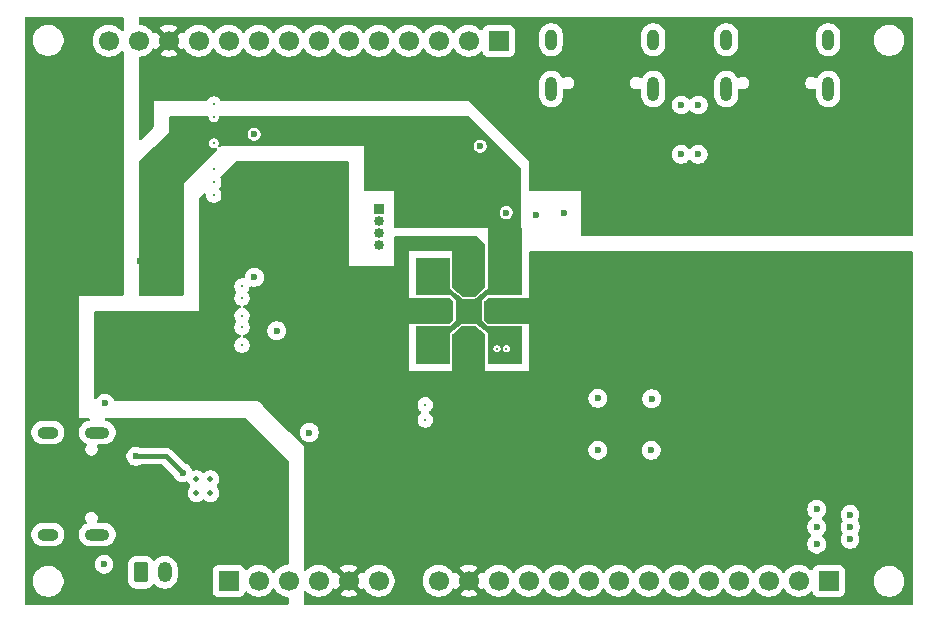
<source format=gbr>
%TF.GenerationSoftware,KiCad,Pcbnew,9.0.3*%
%TF.CreationDate,2025-10-26T12:54:33-04:00*%
%TF.ProjectId,SeedSBC_rev1_1,53656564-5342-4435-9f72-6576315f312e,rev?*%
%TF.SameCoordinates,Original*%
%TF.FileFunction,Copper,L5,Inr*%
%TF.FilePolarity,Positive*%
%FSLAX46Y46*%
G04 Gerber Fmt 4.6, Leading zero omitted, Abs format (unit mm)*
G04 Created by KiCad (PCBNEW 9.0.3) date 2025-10-26 12:54:33*
%MOMM*%
%LPD*%
G01*
G04 APERTURE LIST*
G04 Aperture macros list*
%AMRoundRect*
0 Rectangle with rounded corners*
0 $1 Rounding radius*
0 $2 $3 $4 $5 $6 $7 $8 $9 X,Y pos of 4 corners*
0 Add a 4 corners polygon primitive as box body*
4,1,4,$2,$3,$4,$5,$6,$7,$8,$9,$2,$3,0*
0 Add four circle primitives for the rounded corners*
1,1,$1+$1,$2,$3*
1,1,$1+$1,$4,$5*
1,1,$1+$1,$6,$7*
1,1,$1+$1,$8,$9*
0 Add four rect primitives between the rounded corners*
20,1,$1+$1,$2,$3,$4,$5,0*
20,1,$1+$1,$4,$5,$6,$7,0*
20,1,$1+$1,$6,$7,$8,$9,0*
20,1,$1+$1,$8,$9,$2,$3,0*%
G04 Aperture macros list end*
%TA.AperFunction,HeatsinkPad*%
%ADD10O,2.100000X1.000000*%
%TD*%
%TA.AperFunction,HeatsinkPad*%
%ADD11O,1.800000X1.000000*%
%TD*%
%TA.AperFunction,ComponentPad*%
%ADD12RoundRect,0.250000X-0.350000X-0.625000X0.350000X-0.625000X0.350000X0.625000X-0.350000X0.625000X0*%
%TD*%
%TA.AperFunction,ComponentPad*%
%ADD13O,1.200000X1.750000*%
%TD*%
%TA.AperFunction,HeatsinkPad*%
%ADD14O,1.000000X2.100000*%
%TD*%
%TA.AperFunction,HeatsinkPad*%
%ADD15O,1.000000X1.800000*%
%TD*%
%TA.AperFunction,ComponentPad*%
%ADD16R,1.700000X1.700000*%
%TD*%
%TA.AperFunction,ComponentPad*%
%ADD17C,1.700000*%
%TD*%
%TA.AperFunction,HeatsinkPad*%
%ADD18C,0.500000*%
%TD*%
%TA.AperFunction,ComponentPad*%
%ADD19R,0.850000X0.850000*%
%TD*%
%TA.AperFunction,ComponentPad*%
%ADD20C,0.850000*%
%TD*%
%TA.AperFunction,ViaPad*%
%ADD21C,0.600000*%
%TD*%
%TA.AperFunction,ViaPad*%
%ADD22C,0.300000*%
%TD*%
%TA.AperFunction,ViaPad*%
%ADD23C,1.250000*%
%TD*%
%TA.AperFunction,Conductor*%
%ADD24C,0.330200*%
%TD*%
%TA.AperFunction,Conductor*%
%ADD25C,0.381000*%
%TD*%
%TA.AperFunction,Conductor*%
%ADD26C,0.200000*%
%TD*%
G04 APERTURE END LIST*
D10*
%TO.N,Net-(J6-SHIELD)*%
%TO.C,J6*%
X108257500Y-111905000D03*
D11*
X104077500Y-111905000D03*
D10*
X108257500Y-120545000D03*
D11*
X104077500Y-120545000D03*
%TD*%
D12*
%TO.N,V_BAT*%
%TO.C,J3*%
X111960000Y-123740000D03*
D13*
%TO.N,GND*%
X113960000Y-123740000D03*
%TD*%
D14*
%TO.N,GND*%
%TO.C,J1*%
X170140000Y-82815000D03*
D15*
X170140000Y-78635000D03*
D14*
X161500000Y-82815000D03*
D15*
X161500000Y-78635000D03*
%TD*%
D14*
%TO.N,GND*%
%TO.C,J7*%
X155320000Y-82815000D03*
D15*
X155320000Y-78635000D03*
D14*
X146680000Y-82815000D03*
D15*
X146680000Y-78635000D03*
%TD*%
D16*
%TO.N,/FPGA + SRAM/FPGA/SPI_CNFG_CS*%
%TO.C,J4*%
X119380000Y-124460000D03*
D17*
%TO.N,/FPGA + SRAM/FPGA/SPI_CNFG_SCK*%
X121920000Y-124460000D03*
%TO.N,/FPGA + SRAM/FPGA/SPI_CNFG_DI*%
X124460000Y-124460000D03*
%TO.N,/FPGA + SRAM/FPGA/SPI_CNFG_DO*%
X127000000Y-124460000D03*
%TO.N,P3V3*%
X129540000Y-124460000D03*
%TO.N,GND*%
X132080000Y-124460000D03*
%TD*%
D18*
%TO.N,GND*%
%TO.C,U9*%
X116647500Y-117030000D03*
X117827500Y-117030000D03*
X116647500Y-115850000D03*
X117827500Y-115850000D03*
%TD*%
D16*
%TO.N,GND*%
%TO.C,J8*%
X170180000Y-124460000D03*
D17*
%TO.N,/FPGA + SRAM/IO_B1*%
X167640000Y-124460000D03*
%TO.N,/FPGA + SRAM/IO_B2*%
X165100000Y-124460000D03*
%TO.N,/FPGA + SRAM/IO_B3*%
X162560000Y-124460000D03*
%TO.N,/FPGA + SRAM/IO_B4*%
X160020000Y-124460000D03*
%TO.N,/FPGA + SRAM/IO_B5*%
X157480000Y-124460000D03*
%TO.N,/FPGA + SRAM/IO_B6*%
X154940000Y-124460000D03*
%TO.N,/FPGA + SRAM/IO_B7*%
X152400000Y-124460000D03*
%TO.N,/FPGA + SRAM/IO_B8*%
X149860000Y-124460000D03*
%TO.N,/FPGA + SRAM/IO_B9*%
X147320000Y-124460000D03*
%TO.N,/FPGA + SRAM/IO_B10*%
X144780000Y-124460000D03*
%TO.N,GND*%
X142240000Y-124460000D03*
%TO.N,P3V3*%
X139700000Y-124460000D03*
%TO.N,V_BAT*%
X137160000Y-124460000D03*
%TD*%
D16*
%TO.N,GND*%
%TO.C,J5*%
X142240000Y-78740000D03*
D17*
%TO.N,/FPGA + SRAM/IO_T1*%
X139700000Y-78740000D03*
%TO.N,/FPGA + SRAM/IO_T2*%
X137160000Y-78740000D03*
%TO.N,/FPGA + SRAM/IO_T3*%
X134620000Y-78740000D03*
%TO.N,/FPGA + SRAM/IO_T4*%
X132080000Y-78740000D03*
%TO.N,/FPGA + SRAM/IO_T5*%
X129540000Y-78740000D03*
%TO.N,/FPGA + SRAM/IO_T6*%
X127000000Y-78740000D03*
%TO.N,/FPGA + SRAM/IO_T7*%
X124460000Y-78740000D03*
%TO.N,/FPGA + SRAM/IO_T8*%
X121920000Y-78740000D03*
%TO.N,/FPGA + SRAM/IO_T9*%
X119380000Y-78740000D03*
%TO.N,/FPGA + SRAM/IO_T10*%
X116840000Y-78740000D03*
%TO.N,USB_VBUS2*%
X114300000Y-78740000D03*
%TO.N,EN*%
X111760000Y-78740000D03*
%TO.N,USB_VBUS*%
X109220000Y-78740000D03*
%TD*%
D19*
%TO.N,EXT_PLL2P*%
%TO.C,J9*%
X132080000Y-93000000D03*
D20*
%TO.N,EXT_PLL2N*%
X132080000Y-94000000D03*
%TO.N,EXT_PLL1P*%
X132080000Y-95000000D03*
%TO.N,EXT_PLL1N*%
X132080000Y-96000000D03*
%TD*%
D21*
%TO.N,P2V5*%
X145400000Y-93500000D03*
%TO.N,Net-(D3-BK)*%
X171990000Y-120940000D03*
%TO.N,GND*%
X121560000Y-98760000D03*
D22*
X120500000Y-103000000D03*
D21*
X155150000Y-113400000D03*
X159150000Y-84170000D03*
X150640000Y-109010000D03*
X157700000Y-84170000D03*
X155200000Y-109040000D03*
X159130000Y-88350000D03*
X150640000Y-113390000D03*
X123441331Y-103283871D03*
X108900000Y-109400000D03*
X157680000Y-88340000D03*
X108828091Y-123041263D03*
X121550000Y-86630000D03*
X147813171Y-93290187D03*
X140690000Y-87650000D03*
X142880000Y-93280000D03*
%TO.N,V_SYS*%
X109400437Y-94291884D03*
X117690000Y-111313769D03*
X109416600Y-89957400D03*
X117796100Y-114069354D03*
X106416600Y-89957400D03*
X104690000Y-104740000D03*
X108600000Y-96100000D03*
X104370000Y-90510000D03*
X106160000Y-104750000D03*
X116332753Y-112564539D03*
D22*
X118700000Y-117200000D03*
D21*
%TO.N,Net-(D3-GK)*%
X171990000Y-118850000D03*
%TO.N,Net-(D3-RK)*%
X172000000Y-119890000D03*
D22*
%TO.N,/FPGA + SRAM/SD_DAT0*%
X118120000Y-85200000D03*
D21*
%TO.N,/FPGA + SRAM/LED_B*%
X169170000Y-121350000D03*
D22*
%TO.N,/FPGA + SRAM/SD_CLK*%
X118120000Y-87400000D03*
%TO.N,/FPGA + SRAM/SD_DAT1*%
X118120000Y-84100000D03*
%TO.N,/FPGA + SRAM/SD_DAT3*%
X118120000Y-90700000D03*
%TO.N,/FPGA + SRAM/FPGA/SPI_CNFG_CS*%
X142900000Y-104800000D03*
X136025000Y-109560000D03*
%TO.N,P1V2*%
X138100000Y-103200000D03*
X141300000Y-103200000D03*
D21*
X113601868Y-97358040D03*
D22*
X138100000Y-100000000D03*
X141300000Y-100000000D03*
D21*
X111850000Y-97360000D03*
X140350000Y-92500000D03*
X140350000Y-91000000D03*
X140350000Y-89530000D03*
X143070000Y-90350000D03*
%TO.N,/FPGA + SRAM/LED_R*%
X169170000Y-119890000D03*
D22*
%TO.N,/SD MMC/SD_CMD*%
X118120000Y-89600000D03*
D21*
%TO.N,USB_VBUS*%
X111530000Y-113909267D03*
X115477983Y-115303221D03*
%TO.N,P3V3*%
X131054636Y-106531013D03*
D22*
X138100000Y-102400000D03*
D21*
X149650000Y-115120000D03*
X124171159Y-109695795D03*
X113295500Y-106900000D03*
X112190000Y-104740000D03*
X125547678Y-91021303D03*
X128193413Y-101606587D03*
X174320000Y-100030000D03*
X122091162Y-109098405D03*
X126800000Y-93545219D03*
X132073916Y-110537824D03*
X128600000Y-93536958D03*
X176840000Y-118840000D03*
D22*
X141300000Y-101600000D03*
D21*
X143510000Y-119580000D03*
D22*
X139700000Y-100000000D03*
D21*
X111536525Y-101999133D03*
D22*
X139700000Y-103200000D03*
D21*
X143922983Y-107222885D03*
X132070000Y-112000000D03*
D22*
X122700000Y-106200000D03*
D21*
X125548907Y-92477174D03*
X170040000Y-109660000D03*
X125629130Y-109700650D03*
X127090000Y-109700000D03*
D22*
X138100000Y-100800000D03*
D21*
X111540000Y-103310000D03*
X152190000Y-113390000D03*
X121640000Y-92530000D03*
X153600000Y-109010000D03*
X153600000Y-111930000D03*
X121640000Y-89610000D03*
X152190000Y-110470000D03*
X124320000Y-97550000D03*
X176530000Y-97040000D03*
X124300000Y-104710000D03*
D22*
%TO.N,/FPGA + SRAM/SD_DAT2*%
X118120000Y-91800000D03*
D21*
%TO.N,/FPGA + SRAM/LED_G*%
X169170000Y-118400000D03*
%TO.N,P2V5*%
X126198000Y-111901000D03*
D22*
%TO.N,/FPGA + SRAM/FPGA/SPI_CNFG_DO*%
X142100000Y-104800000D03*
X136025000Y-110830000D03*
%TO.N,Net-(U8-REF)*%
X120500000Y-100500000D03*
%TO.N,Net-(U8-~{RESET})*%
X120500000Y-104500000D03*
%TO.N,Net-(U8-VPLL)*%
X120500000Y-102000000D03*
%TO.N,Net-(U8-VPHY)*%
X120500000Y-99500000D03*
D23*
%TO.N,USB_VBUS2*%
X112410000Y-85540000D03*
D21*
X162050000Y-85830000D03*
X146700000Y-85190000D03*
X170050000Y-85200000D03*
D23*
X112420000Y-82980000D03*
D21*
X154730000Y-85820000D03*
X156155000Y-88350000D03*
X160670000Y-88360000D03*
X176380000Y-86000000D03*
%TD*%
D24*
%TO.N,USB_VBUS*%
X115474762Y-115300000D02*
X115477983Y-115303221D01*
D25*
X111530000Y-113909267D02*
X114084029Y-113909267D01*
D26*
X115465204Y-115316000D02*
X115477983Y-115303221D01*
D25*
X114084029Y-113909267D02*
X115477983Y-115303221D01*
%TD*%
%TA.AperFunction,Conductor*%
%TO.N,P3V3*%
G36*
X138025706Y-100519685D02*
G01*
X138033067Y-100524800D01*
X138350400Y-100762800D01*
X138392221Y-100818771D01*
X138400000Y-100862000D01*
X138400000Y-102338000D01*
X138380315Y-102405039D01*
X138350400Y-102437200D01*
X138033067Y-102675200D01*
X137967625Y-102699676D01*
X137958667Y-102700000D01*
X134620000Y-102700000D01*
X134620000Y-100500000D01*
X137958667Y-100500000D01*
X138025706Y-100519685D01*
G37*
%TD.AperFunction*%
%TD*%
%TA.AperFunction,Conductor*%
%TO.N,USB_VBUS2*%
G36*
X177242539Y-76720185D02*
G01*
X177288294Y-76772989D01*
X177299500Y-76824500D01*
X177299500Y-95126000D01*
X177279815Y-95193039D01*
X177227011Y-95238794D01*
X177175500Y-95250000D01*
X149349000Y-95250000D01*
X149281961Y-95230315D01*
X149236206Y-95177511D01*
X149225000Y-95126000D01*
X149225000Y-91440000D01*
X144904000Y-91440000D01*
X144836961Y-91420315D01*
X144791206Y-91367511D01*
X144780000Y-91316000D01*
X144780000Y-88900000D01*
X144141153Y-88261153D01*
X156879500Y-88261153D01*
X156879500Y-88418846D01*
X156910261Y-88573489D01*
X156910264Y-88573501D01*
X156970602Y-88719172D01*
X156970609Y-88719185D01*
X157058210Y-88850288D01*
X157058213Y-88850292D01*
X157169707Y-88961786D01*
X157169711Y-88961789D01*
X157300814Y-89049390D01*
X157300827Y-89049397D01*
X157410258Y-89094724D01*
X157446503Y-89109737D01*
X157601153Y-89140499D01*
X157601156Y-89140500D01*
X157601158Y-89140500D01*
X157758844Y-89140500D01*
X157758845Y-89140499D01*
X157913497Y-89109737D01*
X158026166Y-89063067D01*
X158059172Y-89049397D01*
X158059172Y-89049396D01*
X158059179Y-89049394D01*
X158190289Y-88961789D01*
X158301789Y-88850289D01*
X158301791Y-88850285D01*
X158305653Y-88845581D01*
X158307854Y-88847387D01*
X158352050Y-88810373D01*
X158421366Y-88801593D01*
X158484425Y-88831682D01*
X158504762Y-88855127D01*
X158508212Y-88860291D01*
X158619707Y-88971786D01*
X158619711Y-88971789D01*
X158750814Y-89059390D01*
X158750827Y-89059397D01*
X158872363Y-89109738D01*
X158896503Y-89119737D01*
X159051153Y-89150499D01*
X159051156Y-89150500D01*
X159051158Y-89150500D01*
X159208844Y-89150500D01*
X159208845Y-89150499D01*
X159363497Y-89119737D01*
X159509179Y-89059394D01*
X159640289Y-88971789D01*
X159751789Y-88860289D01*
X159839394Y-88729179D01*
X159899737Y-88583497D01*
X159930500Y-88428842D01*
X159930500Y-88271158D01*
X159930500Y-88271155D01*
X159930499Y-88271153D01*
X159928510Y-88261153D01*
X159899737Y-88116503D01*
X159872398Y-88050500D01*
X159839397Y-87970827D01*
X159839390Y-87970814D01*
X159751789Y-87839711D01*
X159751786Y-87839707D01*
X159640292Y-87728213D01*
X159640288Y-87728210D01*
X159509185Y-87640609D01*
X159509172Y-87640602D01*
X159363501Y-87580264D01*
X159363489Y-87580261D01*
X159208845Y-87549500D01*
X159208842Y-87549500D01*
X159051158Y-87549500D01*
X159051155Y-87549500D01*
X158896510Y-87580261D01*
X158896498Y-87580264D01*
X158750827Y-87640602D01*
X158750814Y-87640609D01*
X158619711Y-87728210D01*
X158619707Y-87728213D01*
X158508213Y-87839707D01*
X158504347Y-87844419D01*
X158502236Y-87842687D01*
X158457373Y-87879876D01*
X158388013Y-87888305D01*
X158325107Y-87857897D01*
X158305236Y-87834869D01*
X158301791Y-87829713D01*
X158301786Y-87829707D01*
X158190292Y-87718213D01*
X158190288Y-87718210D01*
X158059185Y-87630609D01*
X158059172Y-87630602D01*
X157913501Y-87570264D01*
X157913489Y-87570261D01*
X157758845Y-87539500D01*
X157758842Y-87539500D01*
X157601158Y-87539500D01*
X157601155Y-87539500D01*
X157446510Y-87570261D01*
X157446498Y-87570264D01*
X157300827Y-87630602D01*
X157300814Y-87630609D01*
X157169711Y-87718210D01*
X157169707Y-87718213D01*
X157058213Y-87829707D01*
X157058210Y-87829711D01*
X156970609Y-87960814D01*
X156970602Y-87960827D01*
X156910264Y-88106498D01*
X156910261Y-88106510D01*
X156879500Y-88261153D01*
X144141153Y-88261153D01*
X139700000Y-83820000D01*
X118781538Y-83820000D01*
X118714499Y-83800315D01*
X118678436Y-83764891D01*
X118625276Y-83685331D01*
X118625274Y-83685328D01*
X118534672Y-83594726D01*
X118534668Y-83594723D01*
X118428133Y-83523538D01*
X118428124Y-83523533D01*
X118309744Y-83474499D01*
X118309738Y-83474497D01*
X118254669Y-83463543D01*
X145679499Y-83463543D01*
X145717947Y-83656829D01*
X145717950Y-83656839D01*
X145793364Y-83838907D01*
X145793371Y-83838920D01*
X145902860Y-84002781D01*
X145902863Y-84002785D01*
X146042214Y-84142136D01*
X146042218Y-84142139D01*
X146206079Y-84251628D01*
X146206092Y-84251635D01*
X146298097Y-84289744D01*
X146388165Y-84327051D01*
X146388169Y-84327051D01*
X146388170Y-84327052D01*
X146581456Y-84365500D01*
X146581459Y-84365500D01*
X146778543Y-84365500D01*
X146908582Y-84339632D01*
X146971835Y-84327051D01*
X147153914Y-84251632D01*
X147317782Y-84142139D01*
X147457139Y-84002782D01*
X147566632Y-83838914D01*
X147642051Y-83656835D01*
X147668566Y-83523538D01*
X147680500Y-83463543D01*
X147680500Y-82888597D01*
X147700185Y-82821558D01*
X147752989Y-82775803D01*
X147822147Y-82765859D01*
X147866495Y-82781208D01*
X147907164Y-82804688D01*
X148040817Y-82840500D01*
X148040819Y-82840500D01*
X148179181Y-82840500D01*
X148179183Y-82840500D01*
X148312836Y-82804688D01*
X148432665Y-82735505D01*
X148530505Y-82637665D01*
X148599688Y-82517836D01*
X148635500Y-82384183D01*
X148635500Y-82245817D01*
X153364500Y-82245817D01*
X153364500Y-82384182D01*
X153400312Y-82517835D01*
X153400313Y-82517838D01*
X153469492Y-82637661D01*
X153469494Y-82637664D01*
X153469495Y-82637665D01*
X153567335Y-82735505D01*
X153567336Y-82735506D01*
X153567338Y-82735507D01*
X153619910Y-82765859D01*
X153687164Y-82804688D01*
X153820817Y-82840500D01*
X153820819Y-82840500D01*
X153959181Y-82840500D01*
X153959183Y-82840500D01*
X154092836Y-82804688D01*
X154133502Y-82781209D01*
X154201399Y-82764737D01*
X154267426Y-82787589D01*
X154310617Y-82842510D01*
X154319500Y-82888597D01*
X154319500Y-83463541D01*
X154319500Y-83463543D01*
X154319499Y-83463543D01*
X154357947Y-83656829D01*
X154357950Y-83656839D01*
X154433364Y-83838907D01*
X154433371Y-83838920D01*
X154542860Y-84002781D01*
X154542863Y-84002785D01*
X154682214Y-84142136D01*
X154682218Y-84142139D01*
X154846079Y-84251628D01*
X154846092Y-84251635D01*
X154938097Y-84289744D01*
X155028165Y-84327051D01*
X155028169Y-84327051D01*
X155028170Y-84327052D01*
X155221456Y-84365500D01*
X155221459Y-84365500D01*
X155418543Y-84365500D01*
X155548582Y-84339632D01*
X155611835Y-84327051D01*
X155793914Y-84251632D01*
X155957782Y-84142139D01*
X156008768Y-84091153D01*
X156899500Y-84091153D01*
X156899500Y-84248846D01*
X156930261Y-84403489D01*
X156930264Y-84403501D01*
X156990602Y-84549172D01*
X156990609Y-84549185D01*
X157078210Y-84680288D01*
X157078213Y-84680292D01*
X157189707Y-84791786D01*
X157189711Y-84791789D01*
X157320814Y-84879390D01*
X157320827Y-84879397D01*
X157466498Y-84939735D01*
X157466503Y-84939737D01*
X157621153Y-84970499D01*
X157621156Y-84970500D01*
X157621158Y-84970500D01*
X157778844Y-84970500D01*
X157778845Y-84970499D01*
X157933497Y-84939737D01*
X158079179Y-84879394D01*
X158210289Y-84791789D01*
X158321789Y-84680289D01*
X158321791Y-84680285D01*
X158321896Y-84680130D01*
X158321971Y-84680066D01*
X158325653Y-84675581D01*
X158326503Y-84676279D01*
X158375506Y-84635323D01*
X158444831Y-84626613D01*
X158507860Y-84656766D01*
X158524239Y-84675669D01*
X158524347Y-84675581D01*
X158527653Y-84679610D01*
X158528104Y-84680130D01*
X158528208Y-84680286D01*
X158528213Y-84680292D01*
X158639707Y-84791786D01*
X158639711Y-84791789D01*
X158770814Y-84879390D01*
X158770827Y-84879397D01*
X158916498Y-84939735D01*
X158916503Y-84939737D01*
X159071153Y-84970499D01*
X159071156Y-84970500D01*
X159071158Y-84970500D01*
X159228844Y-84970500D01*
X159228845Y-84970499D01*
X159383497Y-84939737D01*
X159529179Y-84879394D01*
X159660289Y-84791789D01*
X159771789Y-84680289D01*
X159859394Y-84549179D01*
X159919737Y-84403497D01*
X159950500Y-84248842D01*
X159950500Y-84091158D01*
X159950500Y-84091155D01*
X159950499Y-84091153D01*
X159919737Y-83936503D01*
X159875000Y-83828497D01*
X159859397Y-83790827D01*
X159859390Y-83790814D01*
X159771789Y-83659711D01*
X159771786Y-83659707D01*
X159660292Y-83548213D01*
X159660288Y-83548210D01*
X159533576Y-83463543D01*
X160499499Y-83463543D01*
X160537947Y-83656829D01*
X160537950Y-83656839D01*
X160613364Y-83838907D01*
X160613371Y-83838920D01*
X160722860Y-84002781D01*
X160722863Y-84002785D01*
X160862214Y-84142136D01*
X160862218Y-84142139D01*
X161026079Y-84251628D01*
X161026092Y-84251635D01*
X161118097Y-84289744D01*
X161208165Y-84327051D01*
X161208169Y-84327051D01*
X161208170Y-84327052D01*
X161401456Y-84365500D01*
X161401459Y-84365500D01*
X161598543Y-84365500D01*
X161728582Y-84339632D01*
X161791835Y-84327051D01*
X161973914Y-84251632D01*
X162137782Y-84142139D01*
X162277139Y-84002782D01*
X162386632Y-83838914D01*
X162462051Y-83656835D01*
X162488566Y-83523538D01*
X162500500Y-83463543D01*
X162500500Y-82888597D01*
X162520185Y-82821558D01*
X162572989Y-82775803D01*
X162642147Y-82765859D01*
X162686495Y-82781208D01*
X162727164Y-82804688D01*
X162860817Y-82840500D01*
X162860819Y-82840500D01*
X162999181Y-82840500D01*
X162999183Y-82840500D01*
X163132836Y-82804688D01*
X163252665Y-82735505D01*
X163350505Y-82637665D01*
X163419688Y-82517836D01*
X163455500Y-82384183D01*
X163455500Y-82245817D01*
X168184500Y-82245817D01*
X168184500Y-82384182D01*
X168220312Y-82517835D01*
X168220313Y-82517838D01*
X168289492Y-82637661D01*
X168289494Y-82637664D01*
X168289495Y-82637665D01*
X168387335Y-82735505D01*
X168387336Y-82735506D01*
X168387338Y-82735507D01*
X168439910Y-82765859D01*
X168507164Y-82804688D01*
X168640817Y-82840500D01*
X168640819Y-82840500D01*
X168779181Y-82840500D01*
X168779183Y-82840500D01*
X168912836Y-82804688D01*
X168953502Y-82781209D01*
X169021399Y-82764737D01*
X169087426Y-82787589D01*
X169130617Y-82842510D01*
X169139500Y-82888597D01*
X169139500Y-83463541D01*
X169139500Y-83463543D01*
X169139499Y-83463543D01*
X169177947Y-83656829D01*
X169177950Y-83656839D01*
X169253364Y-83838907D01*
X169253371Y-83838920D01*
X169362860Y-84002781D01*
X169362863Y-84002785D01*
X169502214Y-84142136D01*
X169502218Y-84142139D01*
X169666079Y-84251628D01*
X169666092Y-84251635D01*
X169758097Y-84289744D01*
X169848165Y-84327051D01*
X169848169Y-84327051D01*
X169848170Y-84327052D01*
X170041456Y-84365500D01*
X170041459Y-84365500D01*
X170238543Y-84365500D01*
X170368582Y-84339632D01*
X170431835Y-84327051D01*
X170613914Y-84251632D01*
X170777782Y-84142139D01*
X170917139Y-84002782D01*
X171026632Y-83838914D01*
X171102051Y-83656835D01*
X171128566Y-83523538D01*
X171140500Y-83463543D01*
X171140500Y-82166456D01*
X171102052Y-81973170D01*
X171102051Y-81973169D01*
X171102051Y-81973165D01*
X171071514Y-81899441D01*
X171026635Y-81791092D01*
X171026628Y-81791079D01*
X170917139Y-81627218D01*
X170917136Y-81627214D01*
X170777785Y-81487863D01*
X170777781Y-81487860D01*
X170613920Y-81378371D01*
X170613907Y-81378364D01*
X170431839Y-81302950D01*
X170431829Y-81302947D01*
X170238543Y-81264500D01*
X170238541Y-81264500D01*
X170041459Y-81264500D01*
X170041457Y-81264500D01*
X169848170Y-81302947D01*
X169848160Y-81302950D01*
X169666092Y-81378364D01*
X169666079Y-81378371D01*
X169502218Y-81487860D01*
X169502214Y-81487863D01*
X169362863Y-81627214D01*
X169362860Y-81627218D01*
X169253371Y-81791079D01*
X169253368Y-81791086D01*
X169229455Y-81848816D01*
X169185613Y-81903219D01*
X169119319Y-81925283D01*
X169051620Y-81908003D01*
X169039665Y-81898716D01*
X169039110Y-81899441D01*
X169032661Y-81894492D01*
X168912838Y-81825313D01*
X168912837Y-81825312D01*
X168912836Y-81825312D01*
X168779183Y-81789500D01*
X168640817Y-81789500D01*
X168507164Y-81825312D01*
X168507161Y-81825313D01*
X168387338Y-81894492D01*
X168387333Y-81894496D01*
X168289496Y-81992333D01*
X168289492Y-81992338D01*
X168220313Y-82112161D01*
X168220312Y-82112164D01*
X168184500Y-82245817D01*
X163455500Y-82245817D01*
X163419688Y-82112164D01*
X163350505Y-81992335D01*
X163252665Y-81894495D01*
X163252664Y-81894494D01*
X163252661Y-81894492D01*
X163132838Y-81825313D01*
X163132837Y-81825312D01*
X163132836Y-81825312D01*
X162999183Y-81789500D01*
X162860817Y-81789500D01*
X162727164Y-81825312D01*
X162727161Y-81825313D01*
X162607338Y-81894492D01*
X162600890Y-81899441D01*
X162598799Y-81896717D01*
X162551258Y-81922573D01*
X162481575Y-81917470D01*
X162425712Y-81875504D01*
X162410544Y-81848814D01*
X162386635Y-81791092D01*
X162386628Y-81791079D01*
X162277139Y-81627218D01*
X162277136Y-81627214D01*
X162137785Y-81487863D01*
X162137781Y-81487860D01*
X161973920Y-81378371D01*
X161973907Y-81378364D01*
X161791839Y-81302950D01*
X161791829Y-81302947D01*
X161598543Y-81264500D01*
X161598541Y-81264500D01*
X161401459Y-81264500D01*
X161401457Y-81264500D01*
X161208170Y-81302947D01*
X161208160Y-81302950D01*
X161026092Y-81378364D01*
X161026079Y-81378371D01*
X160862218Y-81487860D01*
X160862214Y-81487863D01*
X160722863Y-81627214D01*
X160722860Y-81627218D01*
X160613371Y-81791079D01*
X160613364Y-81791092D01*
X160537950Y-81973160D01*
X160537947Y-81973170D01*
X160499500Y-82166456D01*
X160499500Y-82166459D01*
X160499500Y-83463541D01*
X160499500Y-83463543D01*
X160499499Y-83463543D01*
X159533576Y-83463543D01*
X159529185Y-83460609D01*
X159529172Y-83460602D01*
X159383501Y-83400264D01*
X159383489Y-83400261D01*
X159228845Y-83369500D01*
X159228842Y-83369500D01*
X159071158Y-83369500D01*
X159071155Y-83369500D01*
X158916510Y-83400261D01*
X158916498Y-83400264D01*
X158770827Y-83460602D01*
X158770814Y-83460609D01*
X158639711Y-83548210D01*
X158639707Y-83548213D01*
X158528213Y-83659707D01*
X158528208Y-83659713D01*
X158528098Y-83659879D01*
X158528017Y-83659945D01*
X158524347Y-83664419D01*
X158523498Y-83663722D01*
X158474484Y-83704681D01*
X158405158Y-83713384D01*
X158342132Y-83683226D01*
X158325759Y-83664331D01*
X158325653Y-83664419D01*
X158322378Y-83660428D01*
X158321902Y-83659879D01*
X158321791Y-83659713D01*
X158321786Y-83659707D01*
X158210292Y-83548213D01*
X158210288Y-83548210D01*
X158079185Y-83460609D01*
X158079172Y-83460602D01*
X157933501Y-83400264D01*
X157933489Y-83400261D01*
X157778845Y-83369500D01*
X157778842Y-83369500D01*
X157621158Y-83369500D01*
X157621155Y-83369500D01*
X157466510Y-83400261D01*
X157466498Y-83400264D01*
X157320827Y-83460602D01*
X157320814Y-83460609D01*
X157189711Y-83548210D01*
X157189707Y-83548213D01*
X157078213Y-83659707D01*
X157078210Y-83659711D01*
X156990609Y-83790814D01*
X156990602Y-83790827D01*
X156930264Y-83936498D01*
X156930261Y-83936510D01*
X156899500Y-84091153D01*
X156008768Y-84091153D01*
X156097139Y-84002782D01*
X156206632Y-83838914D01*
X156282051Y-83656835D01*
X156308566Y-83523538D01*
X156320500Y-83463543D01*
X156320500Y-82166456D01*
X156282052Y-81973170D01*
X156282051Y-81973169D01*
X156282051Y-81973165D01*
X156251514Y-81899441D01*
X156206635Y-81791092D01*
X156206628Y-81791079D01*
X156097139Y-81627218D01*
X156097136Y-81627214D01*
X155957785Y-81487863D01*
X155957781Y-81487860D01*
X155793920Y-81378371D01*
X155793907Y-81378364D01*
X155611839Y-81302950D01*
X155611829Y-81302947D01*
X155418543Y-81264500D01*
X155418541Y-81264500D01*
X155221459Y-81264500D01*
X155221457Y-81264500D01*
X155028170Y-81302947D01*
X155028160Y-81302950D01*
X154846092Y-81378364D01*
X154846079Y-81378371D01*
X154682218Y-81487860D01*
X154682214Y-81487863D01*
X154542863Y-81627214D01*
X154542860Y-81627218D01*
X154433371Y-81791079D01*
X154433368Y-81791086D01*
X154409455Y-81848816D01*
X154365613Y-81903219D01*
X154299319Y-81925283D01*
X154231620Y-81908003D01*
X154219665Y-81898716D01*
X154219110Y-81899441D01*
X154212661Y-81894492D01*
X154092838Y-81825313D01*
X154092837Y-81825312D01*
X154092836Y-81825312D01*
X153959183Y-81789500D01*
X153820817Y-81789500D01*
X153687164Y-81825312D01*
X153687161Y-81825313D01*
X153567338Y-81894492D01*
X153567333Y-81894496D01*
X153469496Y-81992333D01*
X153469492Y-81992338D01*
X153400313Y-82112161D01*
X153400312Y-82112164D01*
X153364500Y-82245817D01*
X148635500Y-82245817D01*
X148599688Y-82112164D01*
X148530505Y-81992335D01*
X148432665Y-81894495D01*
X148432664Y-81894494D01*
X148432661Y-81894492D01*
X148312838Y-81825313D01*
X148312837Y-81825312D01*
X148312836Y-81825312D01*
X148179183Y-81789500D01*
X148040817Y-81789500D01*
X147907164Y-81825312D01*
X147907161Y-81825313D01*
X147787338Y-81894492D01*
X147780890Y-81899441D01*
X147778799Y-81896717D01*
X147731258Y-81922573D01*
X147661575Y-81917470D01*
X147605712Y-81875504D01*
X147590544Y-81848814D01*
X147566635Y-81791092D01*
X147566628Y-81791079D01*
X147457139Y-81627218D01*
X147457136Y-81627214D01*
X147317785Y-81487863D01*
X147317781Y-81487860D01*
X147153920Y-81378371D01*
X147153907Y-81378364D01*
X146971839Y-81302950D01*
X146971829Y-81302947D01*
X146778543Y-81264500D01*
X146778541Y-81264500D01*
X146581459Y-81264500D01*
X146581457Y-81264500D01*
X146388170Y-81302947D01*
X146388160Y-81302950D01*
X146206092Y-81378364D01*
X146206079Y-81378371D01*
X146042218Y-81487860D01*
X146042214Y-81487863D01*
X145902863Y-81627214D01*
X145902860Y-81627218D01*
X145793371Y-81791079D01*
X145793364Y-81791092D01*
X145717950Y-81973160D01*
X145717947Y-81973170D01*
X145679500Y-82166456D01*
X145679500Y-82166459D01*
X145679500Y-83463541D01*
X145679500Y-83463543D01*
X145679499Y-83463543D01*
X118254669Y-83463543D01*
X118184071Y-83449500D01*
X118184069Y-83449500D01*
X118055931Y-83449500D01*
X118055929Y-83449500D01*
X117930261Y-83474497D01*
X117930255Y-83474499D01*
X117811875Y-83523533D01*
X117811866Y-83523538D01*
X117705331Y-83594723D01*
X117705327Y-83594726D01*
X117614725Y-83685328D01*
X117580553Y-83736470D01*
X117561563Y-83764891D01*
X117507953Y-83809696D01*
X117458462Y-83820000D01*
X113030000Y-83820000D01*
X113030000Y-85991138D01*
X113010315Y-86058177D01*
X112993681Y-86078819D01*
X111971681Y-87100819D01*
X111910358Y-87134304D01*
X111840666Y-87129320D01*
X111784733Y-87087448D01*
X111760316Y-87021984D01*
X111760000Y-87013138D01*
X111760000Y-80213239D01*
X111779685Y-80146200D01*
X111832489Y-80100445D01*
X111864603Y-80090766D01*
X111866282Y-80090500D01*
X111866287Y-80090500D01*
X112028855Y-80064751D01*
X112076238Y-80057247D01*
X112076238Y-80057246D01*
X112076243Y-80057246D01*
X112278412Y-79991557D01*
X112467816Y-79895051D01*
X112554138Y-79832335D01*
X112639786Y-79770109D01*
X112639788Y-79770106D01*
X112639792Y-79770104D01*
X112790104Y-79619792D01*
X112790106Y-79619788D01*
X112790109Y-79619786D01*
X112875890Y-79501717D01*
X112915051Y-79447816D01*
X112919793Y-79438508D01*
X112967763Y-79387711D01*
X113035583Y-79370911D01*
X113101719Y-79393445D01*
X113140763Y-79438500D01*
X113145373Y-79447547D01*
X113184728Y-79501716D01*
X113817037Y-78869408D01*
X113834075Y-78932993D01*
X113899901Y-79047007D01*
X113992993Y-79140099D01*
X114107007Y-79205925D01*
X114170590Y-79222962D01*
X113538282Y-79855269D01*
X113538282Y-79855270D01*
X113592449Y-79894624D01*
X113781782Y-79991095D01*
X113983870Y-80056757D01*
X114193754Y-80090000D01*
X114406246Y-80090000D01*
X114616127Y-80056757D01*
X114616130Y-80056757D01*
X114818217Y-79991095D01*
X115007554Y-79894622D01*
X115061716Y-79855270D01*
X115061717Y-79855270D01*
X114429408Y-79222962D01*
X114492993Y-79205925D01*
X114607007Y-79140099D01*
X114700099Y-79047007D01*
X114765925Y-78932993D01*
X114782962Y-78869408D01*
X115415270Y-79501717D01*
X115415270Y-79501716D01*
X115454622Y-79447555D01*
X115459232Y-79438507D01*
X115507205Y-79387709D01*
X115575025Y-79370912D01*
X115641161Y-79393447D01*
X115680204Y-79438504D01*
X115684949Y-79447817D01*
X115809890Y-79619786D01*
X115960213Y-79770109D01*
X116132179Y-79895048D01*
X116132181Y-79895049D01*
X116132184Y-79895051D01*
X116321588Y-79991557D01*
X116523757Y-80057246D01*
X116733713Y-80090500D01*
X116733714Y-80090500D01*
X116946286Y-80090500D01*
X116946287Y-80090500D01*
X117156243Y-80057246D01*
X117358412Y-79991557D01*
X117547816Y-79895051D01*
X117634138Y-79832335D01*
X117719786Y-79770109D01*
X117719788Y-79770106D01*
X117719792Y-79770104D01*
X117870104Y-79619792D01*
X117870106Y-79619788D01*
X117870109Y-79619786D01*
X117995048Y-79447820D01*
X117995047Y-79447820D01*
X117995051Y-79447816D01*
X117999514Y-79439054D01*
X118047488Y-79388259D01*
X118115308Y-79371463D01*
X118181444Y-79393999D01*
X118220486Y-79439056D01*
X118224951Y-79447820D01*
X118349890Y-79619786D01*
X118500213Y-79770109D01*
X118672179Y-79895048D01*
X118672181Y-79895049D01*
X118672184Y-79895051D01*
X118861588Y-79991557D01*
X119063757Y-80057246D01*
X119273713Y-80090500D01*
X119273714Y-80090500D01*
X119486286Y-80090500D01*
X119486287Y-80090500D01*
X119696243Y-80057246D01*
X119898412Y-79991557D01*
X120087816Y-79895051D01*
X120174138Y-79832335D01*
X120259786Y-79770109D01*
X120259788Y-79770106D01*
X120259792Y-79770104D01*
X120410104Y-79619792D01*
X120410106Y-79619788D01*
X120410109Y-79619786D01*
X120535048Y-79447820D01*
X120535047Y-79447820D01*
X120535051Y-79447816D01*
X120539514Y-79439054D01*
X120587488Y-79388259D01*
X120655308Y-79371463D01*
X120721444Y-79393999D01*
X120760486Y-79439056D01*
X120764951Y-79447820D01*
X120889890Y-79619786D01*
X121040213Y-79770109D01*
X121212179Y-79895048D01*
X121212181Y-79895049D01*
X121212184Y-79895051D01*
X121401588Y-79991557D01*
X121603757Y-80057246D01*
X121813713Y-80090500D01*
X121813714Y-80090500D01*
X122026286Y-80090500D01*
X122026287Y-80090500D01*
X122236243Y-80057246D01*
X122438412Y-79991557D01*
X122627816Y-79895051D01*
X122714138Y-79832335D01*
X122799786Y-79770109D01*
X122799788Y-79770106D01*
X122799792Y-79770104D01*
X122950104Y-79619792D01*
X122950106Y-79619788D01*
X122950109Y-79619786D01*
X123075048Y-79447820D01*
X123075047Y-79447820D01*
X123075051Y-79447816D01*
X123079514Y-79439054D01*
X123127488Y-79388259D01*
X123195308Y-79371463D01*
X123261444Y-79393999D01*
X123300486Y-79439056D01*
X123304951Y-79447820D01*
X123429890Y-79619786D01*
X123580213Y-79770109D01*
X123752179Y-79895048D01*
X123752181Y-79895049D01*
X123752184Y-79895051D01*
X123941588Y-79991557D01*
X124143757Y-80057246D01*
X124353713Y-80090500D01*
X124353714Y-80090500D01*
X124566286Y-80090500D01*
X124566287Y-80090500D01*
X124776243Y-80057246D01*
X124978412Y-79991557D01*
X125167816Y-79895051D01*
X125254138Y-79832335D01*
X125339786Y-79770109D01*
X125339788Y-79770106D01*
X125339792Y-79770104D01*
X125490104Y-79619792D01*
X125490106Y-79619788D01*
X125490109Y-79619786D01*
X125615048Y-79447820D01*
X125615047Y-79447820D01*
X125615051Y-79447816D01*
X125619514Y-79439054D01*
X125667488Y-79388259D01*
X125735308Y-79371463D01*
X125801444Y-79393999D01*
X125840486Y-79439056D01*
X125844951Y-79447820D01*
X125969890Y-79619786D01*
X126120213Y-79770109D01*
X126292179Y-79895048D01*
X126292181Y-79895049D01*
X126292184Y-79895051D01*
X126481588Y-79991557D01*
X126683757Y-80057246D01*
X126893713Y-80090500D01*
X126893714Y-80090500D01*
X127106286Y-80090500D01*
X127106287Y-80090500D01*
X127316243Y-80057246D01*
X127518412Y-79991557D01*
X127707816Y-79895051D01*
X127794138Y-79832335D01*
X127879786Y-79770109D01*
X127879788Y-79770106D01*
X127879792Y-79770104D01*
X128030104Y-79619792D01*
X128030106Y-79619788D01*
X128030109Y-79619786D01*
X128155048Y-79447820D01*
X128155047Y-79447820D01*
X128155051Y-79447816D01*
X128159514Y-79439054D01*
X128207488Y-79388259D01*
X128275308Y-79371463D01*
X128341444Y-79393999D01*
X128380486Y-79439056D01*
X128384951Y-79447820D01*
X128509890Y-79619786D01*
X128660213Y-79770109D01*
X128832179Y-79895048D01*
X128832181Y-79895049D01*
X128832184Y-79895051D01*
X129021588Y-79991557D01*
X129223757Y-80057246D01*
X129433713Y-80090500D01*
X129433714Y-80090500D01*
X129646286Y-80090500D01*
X129646287Y-80090500D01*
X129856243Y-80057246D01*
X130058412Y-79991557D01*
X130247816Y-79895051D01*
X130334138Y-79832335D01*
X130419786Y-79770109D01*
X130419788Y-79770106D01*
X130419792Y-79770104D01*
X130570104Y-79619792D01*
X130570106Y-79619788D01*
X130570109Y-79619786D01*
X130695048Y-79447820D01*
X130695047Y-79447820D01*
X130695051Y-79447816D01*
X130699514Y-79439054D01*
X130747488Y-79388259D01*
X130815308Y-79371463D01*
X130881444Y-79393999D01*
X130920486Y-79439056D01*
X130924951Y-79447820D01*
X131049890Y-79619786D01*
X131200213Y-79770109D01*
X131372179Y-79895048D01*
X131372181Y-79895049D01*
X131372184Y-79895051D01*
X131561588Y-79991557D01*
X131763757Y-80057246D01*
X131973713Y-80090500D01*
X131973714Y-80090500D01*
X132186286Y-80090500D01*
X132186287Y-80090500D01*
X132396243Y-80057246D01*
X132598412Y-79991557D01*
X132787816Y-79895051D01*
X132874138Y-79832335D01*
X132959786Y-79770109D01*
X132959788Y-79770106D01*
X132959792Y-79770104D01*
X133110104Y-79619792D01*
X133110106Y-79619788D01*
X133110109Y-79619786D01*
X133235048Y-79447820D01*
X133235047Y-79447820D01*
X133235051Y-79447816D01*
X133239514Y-79439054D01*
X133287488Y-79388259D01*
X133355308Y-79371463D01*
X133421444Y-79393999D01*
X133460486Y-79439056D01*
X133464951Y-79447820D01*
X133589890Y-79619786D01*
X133740213Y-79770109D01*
X133912179Y-79895048D01*
X133912181Y-79895049D01*
X133912184Y-79895051D01*
X134101588Y-79991557D01*
X134303757Y-80057246D01*
X134513713Y-80090500D01*
X134513714Y-80090500D01*
X134726286Y-80090500D01*
X134726287Y-80090500D01*
X134936243Y-80057246D01*
X135138412Y-79991557D01*
X135327816Y-79895051D01*
X135414138Y-79832335D01*
X135499786Y-79770109D01*
X135499788Y-79770106D01*
X135499792Y-79770104D01*
X135650104Y-79619792D01*
X135650106Y-79619788D01*
X135650109Y-79619786D01*
X135775048Y-79447820D01*
X135775047Y-79447820D01*
X135775051Y-79447816D01*
X135779514Y-79439054D01*
X135827488Y-79388259D01*
X135895308Y-79371463D01*
X135961444Y-79393999D01*
X136000486Y-79439056D01*
X136004951Y-79447820D01*
X136129890Y-79619786D01*
X136280213Y-79770109D01*
X136452179Y-79895048D01*
X136452181Y-79895049D01*
X136452184Y-79895051D01*
X136641588Y-79991557D01*
X136843757Y-80057246D01*
X137053713Y-80090500D01*
X137053714Y-80090500D01*
X137266286Y-80090500D01*
X137266287Y-80090500D01*
X137476243Y-80057246D01*
X137678412Y-79991557D01*
X137867816Y-79895051D01*
X137954138Y-79832335D01*
X138039786Y-79770109D01*
X138039788Y-79770106D01*
X138039792Y-79770104D01*
X138190104Y-79619792D01*
X138190106Y-79619788D01*
X138190109Y-79619786D01*
X138315048Y-79447820D01*
X138315047Y-79447820D01*
X138315051Y-79447816D01*
X138319514Y-79439054D01*
X138367488Y-79388259D01*
X138435308Y-79371463D01*
X138501444Y-79393999D01*
X138540486Y-79439056D01*
X138544951Y-79447820D01*
X138669890Y-79619786D01*
X138820213Y-79770109D01*
X138992179Y-79895048D01*
X138992181Y-79895049D01*
X138992184Y-79895051D01*
X139181588Y-79991557D01*
X139383757Y-80057246D01*
X139593713Y-80090500D01*
X139593714Y-80090500D01*
X139806286Y-80090500D01*
X139806287Y-80090500D01*
X140016243Y-80057246D01*
X140218412Y-79991557D01*
X140407816Y-79895051D01*
X140521736Y-79812284D01*
X140579784Y-79770110D01*
X140579784Y-79770109D01*
X140579792Y-79770104D01*
X140693329Y-79656566D01*
X140754648Y-79623084D01*
X140824340Y-79628068D01*
X140880274Y-79669939D01*
X140897189Y-79700917D01*
X140946202Y-79832328D01*
X140946206Y-79832335D01*
X141032452Y-79947544D01*
X141032455Y-79947547D01*
X141147664Y-80033793D01*
X141147671Y-80033797D01*
X141282517Y-80084091D01*
X141282516Y-80084091D01*
X141289444Y-80084835D01*
X141342127Y-80090500D01*
X143137872Y-80090499D01*
X143197483Y-80084091D01*
X143332331Y-80033796D01*
X143447546Y-79947546D01*
X143533796Y-79832331D01*
X143584091Y-79697483D01*
X143590500Y-79637873D01*
X143590500Y-79133543D01*
X145679499Y-79133543D01*
X145717947Y-79326829D01*
X145717950Y-79326839D01*
X145793364Y-79508907D01*
X145793371Y-79508920D01*
X145902860Y-79672781D01*
X145902863Y-79672785D01*
X146042214Y-79812136D01*
X146042218Y-79812139D01*
X146206079Y-79921628D01*
X146206092Y-79921635D01*
X146373786Y-79991095D01*
X146388165Y-79997051D01*
X146388169Y-79997051D01*
X146388170Y-79997052D01*
X146581456Y-80035500D01*
X146581459Y-80035500D01*
X146778543Y-80035500D01*
X146908582Y-80009632D01*
X146971835Y-79997051D01*
X147153914Y-79921632D01*
X147317782Y-79812139D01*
X147457139Y-79672782D01*
X147566632Y-79508914D01*
X147569614Y-79501716D01*
X147591939Y-79447816D01*
X147642051Y-79326835D01*
X147680500Y-79133543D01*
X154319499Y-79133543D01*
X154357947Y-79326829D01*
X154357950Y-79326839D01*
X154433364Y-79508907D01*
X154433371Y-79508920D01*
X154542860Y-79672781D01*
X154542863Y-79672785D01*
X154682214Y-79812136D01*
X154682218Y-79812139D01*
X154846079Y-79921628D01*
X154846092Y-79921635D01*
X155013786Y-79991095D01*
X155028165Y-79997051D01*
X155028169Y-79997051D01*
X155028170Y-79997052D01*
X155221456Y-80035500D01*
X155221459Y-80035500D01*
X155418543Y-80035500D01*
X155548582Y-80009632D01*
X155611835Y-79997051D01*
X155793914Y-79921632D01*
X155957782Y-79812139D01*
X156097139Y-79672782D01*
X156206632Y-79508914D01*
X156209614Y-79501716D01*
X156231939Y-79447816D01*
X156282051Y-79326835D01*
X156320500Y-79133543D01*
X160499499Y-79133543D01*
X160537947Y-79326829D01*
X160537950Y-79326839D01*
X160613364Y-79508907D01*
X160613371Y-79508920D01*
X160722860Y-79672781D01*
X160722863Y-79672785D01*
X160862214Y-79812136D01*
X160862218Y-79812139D01*
X161026079Y-79921628D01*
X161026092Y-79921635D01*
X161193786Y-79991095D01*
X161208165Y-79997051D01*
X161208169Y-79997051D01*
X161208170Y-79997052D01*
X161401456Y-80035500D01*
X161401459Y-80035500D01*
X161598543Y-80035500D01*
X161728582Y-80009632D01*
X161791835Y-79997051D01*
X161973914Y-79921632D01*
X162137782Y-79812139D01*
X162277139Y-79672782D01*
X162386632Y-79508914D01*
X162389614Y-79501716D01*
X162411939Y-79447816D01*
X162462051Y-79326835D01*
X162500500Y-79133543D01*
X169139499Y-79133543D01*
X169177947Y-79326829D01*
X169177950Y-79326839D01*
X169253364Y-79508907D01*
X169253371Y-79508920D01*
X169362860Y-79672781D01*
X169362863Y-79672785D01*
X169502214Y-79812136D01*
X169502218Y-79812139D01*
X169666079Y-79921628D01*
X169666092Y-79921635D01*
X169833786Y-79991095D01*
X169848165Y-79997051D01*
X169848169Y-79997051D01*
X169848170Y-79997052D01*
X170041456Y-80035500D01*
X170041459Y-80035500D01*
X170238543Y-80035500D01*
X170368582Y-80009632D01*
X170431835Y-79997051D01*
X170613914Y-79921632D01*
X170777782Y-79812139D01*
X170917139Y-79672782D01*
X171026632Y-79508914D01*
X171029614Y-79501716D01*
X171051939Y-79447816D01*
X171102051Y-79326835D01*
X171140500Y-79133541D01*
X171140500Y-78597648D01*
X173999500Y-78597648D01*
X173999500Y-78802351D01*
X174031522Y-79004534D01*
X174094781Y-79199223D01*
X174187715Y-79381613D01*
X174308028Y-79547213D01*
X174452786Y-79691971D01*
X174607749Y-79804556D01*
X174618390Y-79812287D01*
X174702747Y-79855269D01*
X174800776Y-79905218D01*
X174800778Y-79905218D01*
X174800781Y-79905220D01*
X174905137Y-79939127D01*
X174995465Y-79968477D01*
X175096557Y-79984488D01*
X175197648Y-80000500D01*
X175197649Y-80000500D01*
X175402351Y-80000500D01*
X175402352Y-80000500D01*
X175604534Y-79968477D01*
X175799219Y-79905220D01*
X175981610Y-79812287D01*
X176108179Y-79720330D01*
X176147213Y-79691971D01*
X176147215Y-79691968D01*
X176147219Y-79691966D01*
X176291966Y-79547219D01*
X176291968Y-79547215D01*
X176291971Y-79547213D01*
X176364186Y-79447816D01*
X176412287Y-79381610D01*
X176505220Y-79199219D01*
X176568477Y-79004534D01*
X176600500Y-78802352D01*
X176600500Y-78597648D01*
X176568477Y-78395466D01*
X176565546Y-78386446D01*
X176517963Y-78240000D01*
X176505220Y-78200781D01*
X176505218Y-78200778D01*
X176505218Y-78200776D01*
X176471503Y-78134607D01*
X176412287Y-78018390D01*
X176357637Y-77943170D01*
X176291971Y-77852786D01*
X176147213Y-77708028D01*
X175981613Y-77587715D01*
X175981612Y-77587714D01*
X175981610Y-77587713D01*
X175924653Y-77558691D01*
X175799223Y-77494781D01*
X175604534Y-77431522D01*
X175429995Y-77403878D01*
X175402352Y-77399500D01*
X175197648Y-77399500D01*
X175173329Y-77403351D01*
X174995465Y-77431522D01*
X174800776Y-77494781D01*
X174618386Y-77587715D01*
X174452786Y-77708028D01*
X174308028Y-77852786D01*
X174187715Y-78018386D01*
X174094781Y-78200776D01*
X174031522Y-78395465D01*
X173999500Y-78597648D01*
X171140500Y-78597648D01*
X171140500Y-78136459D01*
X171140500Y-78136456D01*
X171102052Y-77943170D01*
X171102051Y-77943169D01*
X171102051Y-77943165D01*
X171102049Y-77943160D01*
X171026635Y-77761092D01*
X171026628Y-77761079D01*
X170917139Y-77597218D01*
X170917136Y-77597214D01*
X170777785Y-77457863D01*
X170777781Y-77457860D01*
X170613920Y-77348371D01*
X170613907Y-77348364D01*
X170431839Y-77272950D01*
X170431829Y-77272947D01*
X170238543Y-77234500D01*
X170238541Y-77234500D01*
X170041459Y-77234500D01*
X170041457Y-77234500D01*
X169848170Y-77272947D01*
X169848160Y-77272950D01*
X169666092Y-77348364D01*
X169666079Y-77348371D01*
X169502218Y-77457860D01*
X169502214Y-77457863D01*
X169362863Y-77597214D01*
X169362860Y-77597218D01*
X169253371Y-77761079D01*
X169253364Y-77761092D01*
X169177950Y-77943160D01*
X169177947Y-77943170D01*
X169139500Y-78136456D01*
X169139500Y-78136459D01*
X169139500Y-79133541D01*
X169139500Y-79133543D01*
X169139499Y-79133543D01*
X162500500Y-79133543D01*
X162500500Y-79133541D01*
X162500500Y-78136459D01*
X162500500Y-78136456D01*
X162462052Y-77943170D01*
X162462051Y-77943169D01*
X162462051Y-77943165D01*
X162462049Y-77943160D01*
X162386635Y-77761092D01*
X162386628Y-77761079D01*
X162277139Y-77597218D01*
X162277136Y-77597214D01*
X162137785Y-77457863D01*
X162137781Y-77457860D01*
X161973920Y-77348371D01*
X161973907Y-77348364D01*
X161791839Y-77272950D01*
X161791829Y-77272947D01*
X161598543Y-77234500D01*
X161598541Y-77234500D01*
X161401459Y-77234500D01*
X161401457Y-77234500D01*
X161208170Y-77272947D01*
X161208160Y-77272950D01*
X161026092Y-77348364D01*
X161026079Y-77348371D01*
X160862218Y-77457860D01*
X160862214Y-77457863D01*
X160722863Y-77597214D01*
X160722860Y-77597218D01*
X160613371Y-77761079D01*
X160613364Y-77761092D01*
X160537950Y-77943160D01*
X160537947Y-77943170D01*
X160499500Y-78136456D01*
X160499500Y-78136459D01*
X160499500Y-79133541D01*
X160499500Y-79133543D01*
X160499499Y-79133543D01*
X156320500Y-79133543D01*
X156320500Y-79133541D01*
X156320500Y-78136459D01*
X156320500Y-78136456D01*
X156282052Y-77943170D01*
X156282051Y-77943169D01*
X156282051Y-77943165D01*
X156282049Y-77943160D01*
X156206635Y-77761092D01*
X156206628Y-77761079D01*
X156097139Y-77597218D01*
X156097136Y-77597214D01*
X155957785Y-77457863D01*
X155957781Y-77457860D01*
X155793920Y-77348371D01*
X155793907Y-77348364D01*
X155611839Y-77272950D01*
X155611829Y-77272947D01*
X155418543Y-77234500D01*
X155418541Y-77234500D01*
X155221459Y-77234500D01*
X155221457Y-77234500D01*
X155028170Y-77272947D01*
X155028160Y-77272950D01*
X154846092Y-77348364D01*
X154846079Y-77348371D01*
X154682218Y-77457860D01*
X154682214Y-77457863D01*
X154542863Y-77597214D01*
X154542860Y-77597218D01*
X154433371Y-77761079D01*
X154433364Y-77761092D01*
X154357950Y-77943160D01*
X154357947Y-77943170D01*
X154319500Y-78136456D01*
X154319500Y-78136459D01*
X154319500Y-79133541D01*
X154319500Y-79133543D01*
X154319499Y-79133543D01*
X147680500Y-79133543D01*
X147680500Y-79133541D01*
X147680500Y-78136459D01*
X147680500Y-78136456D01*
X147642052Y-77943170D01*
X147642051Y-77943169D01*
X147642051Y-77943165D01*
X147642049Y-77943160D01*
X147566635Y-77761092D01*
X147566628Y-77761079D01*
X147457139Y-77597218D01*
X147457136Y-77597214D01*
X147317785Y-77457863D01*
X147317781Y-77457860D01*
X147153920Y-77348371D01*
X147153907Y-77348364D01*
X146971839Y-77272950D01*
X146971829Y-77272947D01*
X146778543Y-77234500D01*
X146778541Y-77234500D01*
X146581459Y-77234500D01*
X146581457Y-77234500D01*
X146388170Y-77272947D01*
X146388160Y-77272950D01*
X146206092Y-77348364D01*
X146206079Y-77348371D01*
X146042218Y-77457860D01*
X146042214Y-77457863D01*
X145902863Y-77597214D01*
X145902860Y-77597218D01*
X145793371Y-77761079D01*
X145793364Y-77761092D01*
X145717950Y-77943160D01*
X145717947Y-77943170D01*
X145679500Y-78136456D01*
X145679500Y-78136459D01*
X145679500Y-79133541D01*
X145679500Y-79133543D01*
X145679499Y-79133543D01*
X143590500Y-79133543D01*
X143590499Y-77842128D01*
X143584091Y-77782517D01*
X143582810Y-77779083D01*
X143533797Y-77647671D01*
X143533793Y-77647664D01*
X143447547Y-77532455D01*
X143447544Y-77532452D01*
X143332335Y-77446206D01*
X143332328Y-77446202D01*
X143197482Y-77395908D01*
X143197483Y-77395908D01*
X143137883Y-77389501D01*
X143137881Y-77389500D01*
X143137873Y-77389500D01*
X143137864Y-77389500D01*
X141342129Y-77389500D01*
X141342123Y-77389501D01*
X141282516Y-77395908D01*
X141147671Y-77446202D01*
X141147664Y-77446206D01*
X141032455Y-77532452D01*
X141032452Y-77532455D01*
X140946206Y-77647664D01*
X140946203Y-77647669D01*
X140897189Y-77779083D01*
X140855317Y-77835016D01*
X140789853Y-77859433D01*
X140721580Y-77844581D01*
X140693326Y-77823430D01*
X140579786Y-77709890D01*
X140407820Y-77584951D01*
X140218414Y-77488444D01*
X140218413Y-77488443D01*
X140218412Y-77488443D01*
X140016243Y-77422754D01*
X140016241Y-77422753D01*
X140016240Y-77422753D01*
X139854957Y-77397208D01*
X139806287Y-77389500D01*
X139593713Y-77389500D01*
X139545042Y-77397208D01*
X139383760Y-77422753D01*
X139181585Y-77488444D01*
X138992179Y-77584951D01*
X138820213Y-77709890D01*
X138669890Y-77860213D01*
X138544949Y-78032182D01*
X138540484Y-78040946D01*
X138492509Y-78091742D01*
X138424688Y-78108536D01*
X138358553Y-78085998D01*
X138319516Y-78040946D01*
X138315050Y-78032182D01*
X138190109Y-77860213D01*
X138039786Y-77709890D01*
X137867820Y-77584951D01*
X137678414Y-77488444D01*
X137678413Y-77488443D01*
X137678412Y-77488443D01*
X137476243Y-77422754D01*
X137476241Y-77422753D01*
X137476240Y-77422753D01*
X137314957Y-77397208D01*
X137266287Y-77389500D01*
X137053713Y-77389500D01*
X137005042Y-77397208D01*
X136843760Y-77422753D01*
X136641585Y-77488444D01*
X136452179Y-77584951D01*
X136280213Y-77709890D01*
X136129890Y-77860213D01*
X136004949Y-78032182D01*
X136000484Y-78040946D01*
X135952509Y-78091742D01*
X135884688Y-78108536D01*
X135818553Y-78085998D01*
X135779516Y-78040946D01*
X135775050Y-78032182D01*
X135650109Y-77860213D01*
X135499786Y-77709890D01*
X135327820Y-77584951D01*
X135138414Y-77488444D01*
X135138413Y-77488443D01*
X135138412Y-77488443D01*
X134936243Y-77422754D01*
X134936241Y-77422753D01*
X134936240Y-77422753D01*
X134774957Y-77397208D01*
X134726287Y-77389500D01*
X134513713Y-77389500D01*
X134465042Y-77397208D01*
X134303760Y-77422753D01*
X134101585Y-77488444D01*
X133912179Y-77584951D01*
X133740213Y-77709890D01*
X133589890Y-77860213D01*
X133464949Y-78032182D01*
X133460484Y-78040946D01*
X133412509Y-78091742D01*
X133344688Y-78108536D01*
X133278553Y-78085998D01*
X133239516Y-78040946D01*
X133235050Y-78032182D01*
X133110109Y-77860213D01*
X132959786Y-77709890D01*
X132787820Y-77584951D01*
X132598414Y-77488444D01*
X132598413Y-77488443D01*
X132598412Y-77488443D01*
X132396243Y-77422754D01*
X132396241Y-77422753D01*
X132396240Y-77422753D01*
X132234957Y-77397208D01*
X132186287Y-77389500D01*
X131973713Y-77389500D01*
X131925042Y-77397208D01*
X131763760Y-77422753D01*
X131561585Y-77488444D01*
X131372179Y-77584951D01*
X131200213Y-77709890D01*
X131049890Y-77860213D01*
X130924949Y-78032182D01*
X130920484Y-78040946D01*
X130872509Y-78091742D01*
X130804688Y-78108536D01*
X130738553Y-78085998D01*
X130699516Y-78040946D01*
X130695050Y-78032182D01*
X130570109Y-77860213D01*
X130419786Y-77709890D01*
X130247820Y-77584951D01*
X130058414Y-77488444D01*
X130058413Y-77488443D01*
X130058412Y-77488443D01*
X129856243Y-77422754D01*
X129856241Y-77422753D01*
X129856240Y-77422753D01*
X129694957Y-77397208D01*
X129646287Y-77389500D01*
X129433713Y-77389500D01*
X129385042Y-77397208D01*
X129223760Y-77422753D01*
X129021585Y-77488444D01*
X128832179Y-77584951D01*
X128660213Y-77709890D01*
X128509890Y-77860213D01*
X128384949Y-78032182D01*
X128380484Y-78040946D01*
X128332509Y-78091742D01*
X128264688Y-78108536D01*
X128198553Y-78085998D01*
X128159516Y-78040946D01*
X128155050Y-78032182D01*
X128030109Y-77860213D01*
X127879786Y-77709890D01*
X127707820Y-77584951D01*
X127518414Y-77488444D01*
X127518413Y-77488443D01*
X127518412Y-77488443D01*
X127316243Y-77422754D01*
X127316241Y-77422753D01*
X127316240Y-77422753D01*
X127154957Y-77397208D01*
X127106287Y-77389500D01*
X126893713Y-77389500D01*
X126845042Y-77397208D01*
X126683760Y-77422753D01*
X126481585Y-77488444D01*
X126292179Y-77584951D01*
X126120213Y-77709890D01*
X125969890Y-77860213D01*
X125844949Y-78032182D01*
X125840484Y-78040946D01*
X125792509Y-78091742D01*
X125724688Y-78108536D01*
X125658553Y-78085998D01*
X125619516Y-78040946D01*
X125615050Y-78032182D01*
X125490109Y-77860213D01*
X125339786Y-77709890D01*
X125167820Y-77584951D01*
X124978414Y-77488444D01*
X124978413Y-77488443D01*
X124978412Y-77488443D01*
X124776243Y-77422754D01*
X124776241Y-77422753D01*
X124776240Y-77422753D01*
X124614957Y-77397208D01*
X124566287Y-77389500D01*
X124353713Y-77389500D01*
X124305042Y-77397208D01*
X124143760Y-77422753D01*
X123941585Y-77488444D01*
X123752179Y-77584951D01*
X123580213Y-77709890D01*
X123429890Y-77860213D01*
X123304949Y-78032182D01*
X123300484Y-78040946D01*
X123252509Y-78091742D01*
X123184688Y-78108536D01*
X123118553Y-78085998D01*
X123079516Y-78040946D01*
X123075050Y-78032182D01*
X122950109Y-77860213D01*
X122799786Y-77709890D01*
X122627820Y-77584951D01*
X122438414Y-77488444D01*
X122438413Y-77488443D01*
X122438412Y-77488443D01*
X122236243Y-77422754D01*
X122236241Y-77422753D01*
X122236240Y-77422753D01*
X122074957Y-77397208D01*
X122026287Y-77389500D01*
X121813713Y-77389500D01*
X121765042Y-77397208D01*
X121603760Y-77422753D01*
X121401585Y-77488444D01*
X121212179Y-77584951D01*
X121040213Y-77709890D01*
X120889890Y-77860213D01*
X120764949Y-78032182D01*
X120760484Y-78040946D01*
X120712509Y-78091742D01*
X120644688Y-78108536D01*
X120578553Y-78085998D01*
X120539516Y-78040946D01*
X120535050Y-78032182D01*
X120410109Y-77860213D01*
X120259786Y-77709890D01*
X120087820Y-77584951D01*
X119898414Y-77488444D01*
X119898413Y-77488443D01*
X119898412Y-77488443D01*
X119696243Y-77422754D01*
X119696241Y-77422753D01*
X119696240Y-77422753D01*
X119534957Y-77397208D01*
X119486287Y-77389500D01*
X119273713Y-77389500D01*
X119225042Y-77397208D01*
X119063760Y-77422753D01*
X118861585Y-77488444D01*
X118672179Y-77584951D01*
X118500213Y-77709890D01*
X118349890Y-77860213D01*
X118224949Y-78032182D01*
X118220484Y-78040946D01*
X118172509Y-78091742D01*
X118104688Y-78108536D01*
X118038553Y-78085998D01*
X117999516Y-78040946D01*
X117995050Y-78032182D01*
X117870109Y-77860213D01*
X117719786Y-77709890D01*
X117547820Y-77584951D01*
X117358414Y-77488444D01*
X117358413Y-77488443D01*
X117358412Y-77488443D01*
X117156243Y-77422754D01*
X117156241Y-77422753D01*
X117156240Y-77422753D01*
X116994957Y-77397208D01*
X116946287Y-77389500D01*
X116733713Y-77389500D01*
X116685042Y-77397208D01*
X116523760Y-77422753D01*
X116321585Y-77488444D01*
X116132179Y-77584951D01*
X115960213Y-77709890D01*
X115809890Y-77860213D01*
X115684949Y-78032182D01*
X115680202Y-78041499D01*
X115632227Y-78092293D01*
X115564405Y-78109087D01*
X115498271Y-78086548D01*
X115459234Y-78041495D01*
X115454626Y-78032452D01*
X115415270Y-77978282D01*
X115415269Y-77978282D01*
X114782962Y-78610590D01*
X114765925Y-78547007D01*
X114700099Y-78432993D01*
X114607007Y-78339901D01*
X114492993Y-78274075D01*
X114429409Y-78257037D01*
X115061716Y-77624728D01*
X115007550Y-77585375D01*
X114818217Y-77488904D01*
X114616129Y-77423242D01*
X114406246Y-77390000D01*
X114193754Y-77390000D01*
X113983872Y-77423242D01*
X113983869Y-77423242D01*
X113781782Y-77488904D01*
X113592439Y-77585380D01*
X113538282Y-77624727D01*
X113538282Y-77624728D01*
X114170591Y-78257037D01*
X114107007Y-78274075D01*
X113992993Y-78339901D01*
X113899901Y-78432993D01*
X113834075Y-78547007D01*
X113817037Y-78610591D01*
X113184728Y-77978282D01*
X113184727Y-77978282D01*
X113145380Y-78032440D01*
X113145376Y-78032446D01*
X113140760Y-78041505D01*
X113092781Y-78092297D01*
X113024959Y-78109087D01*
X112958826Y-78086543D01*
X112919794Y-78041493D01*
X112915051Y-78032184D01*
X112915049Y-78032181D01*
X112915048Y-78032179D01*
X112790109Y-77860213D01*
X112639786Y-77709890D01*
X112467820Y-77584951D01*
X112278414Y-77488444D01*
X112278413Y-77488443D01*
X112278412Y-77488443D01*
X112076243Y-77422754D01*
X112076241Y-77422753D01*
X112076239Y-77422753D01*
X111864602Y-77389233D01*
X111801467Y-77359304D01*
X111764536Y-77299992D01*
X111760000Y-77266760D01*
X111760000Y-76824500D01*
X111779685Y-76757461D01*
X111832489Y-76711706D01*
X111884000Y-76700500D01*
X177175500Y-76700500D01*
X177242539Y-76720185D01*
G37*
%TD.AperFunction*%
%TD*%
%TA.AperFunction,Conductor*%
%TO.N,P3V3*%
G36*
X140224493Y-102919685D02*
G01*
X140233583Y-102926120D01*
X141052129Y-103562767D01*
X141092961Y-103619464D01*
X141100000Y-103660647D01*
X141100000Y-106680000D01*
X138300000Y-106680000D01*
X138300000Y-103660647D01*
X138319685Y-103593608D01*
X138347871Y-103562767D01*
X139166417Y-102926120D01*
X139231420Y-102900500D01*
X139242546Y-102900000D01*
X140157454Y-102900000D01*
X140224493Y-102919685D01*
G37*
%TD.AperFunction*%
%TD*%
%TA.AperFunction,Conductor*%
%TO.N,P1V2*%
G36*
X117662539Y-85109685D02*
G01*
X117708294Y-85162489D01*
X117719500Y-85214000D01*
X117719500Y-85252727D01*
X117746793Y-85354587D01*
X117799520Y-85445913D01*
X117874087Y-85520480D01*
X117965413Y-85573207D01*
X118067273Y-85600500D01*
X118067275Y-85600500D01*
X118172725Y-85600500D01*
X118172727Y-85600500D01*
X118274587Y-85573207D01*
X118365913Y-85520480D01*
X118440480Y-85445913D01*
X118493207Y-85354587D01*
X118520500Y-85252727D01*
X118520500Y-85214000D01*
X118540185Y-85146961D01*
X118592989Y-85101206D01*
X118644500Y-85090000D01*
X139648638Y-85090000D01*
X139715677Y-85109685D01*
X139736319Y-85126319D01*
X144108681Y-89498681D01*
X144142166Y-89560004D01*
X144145000Y-89586362D01*
X144145000Y-94615000D01*
X133474000Y-94615000D01*
X133406961Y-94595315D01*
X133361206Y-94542511D01*
X133350000Y-94491000D01*
X133350000Y-93207525D01*
X142329500Y-93207525D01*
X142329500Y-93352475D01*
X142367016Y-93492485D01*
X142367017Y-93492488D01*
X142439488Y-93618011D01*
X142439490Y-93618013D01*
X142439491Y-93618015D01*
X142541985Y-93720509D01*
X142541986Y-93720510D01*
X142541988Y-93720511D01*
X142667511Y-93792982D01*
X142667512Y-93792982D01*
X142667515Y-93792984D01*
X142807525Y-93830500D01*
X142807528Y-93830500D01*
X142952472Y-93830500D01*
X142952475Y-93830500D01*
X143092485Y-93792984D01*
X143218015Y-93720509D01*
X143320509Y-93618015D01*
X143392984Y-93492485D01*
X143430500Y-93352475D01*
X143430500Y-93207525D01*
X143392984Y-93067515D01*
X143336977Y-92970509D01*
X143320511Y-92941988D01*
X143320506Y-92941982D01*
X143218017Y-92839493D01*
X143218011Y-92839488D01*
X143092488Y-92767017D01*
X143092489Y-92767017D01*
X143081006Y-92763940D01*
X142952475Y-92729500D01*
X142807525Y-92729500D01*
X142678993Y-92763940D01*
X142667511Y-92767017D01*
X142541988Y-92839488D01*
X142541982Y-92839493D01*
X142439493Y-92941982D01*
X142439488Y-92941988D01*
X142367017Y-93067511D01*
X142367016Y-93067515D01*
X142329500Y-93207525D01*
X133350000Y-93207525D01*
X133350000Y-91440000D01*
X130934000Y-91440000D01*
X130866961Y-91420315D01*
X130821206Y-91367511D01*
X130810000Y-91316000D01*
X130810000Y-87630000D01*
X118745000Y-87630000D01*
X118714043Y-87660957D01*
X118700671Y-87674329D01*
X118639347Y-87707813D01*
X118569656Y-87702828D01*
X118513722Y-87660957D01*
X118489306Y-87595492D01*
X118491021Y-87577525D01*
X140139500Y-87577525D01*
X140139500Y-87722475D01*
X140153094Y-87773207D01*
X140177017Y-87862488D01*
X140249488Y-87988011D01*
X140249490Y-87988013D01*
X140249491Y-87988015D01*
X140351985Y-88090509D01*
X140351986Y-88090510D01*
X140351988Y-88090511D01*
X140477511Y-88162982D01*
X140477512Y-88162982D01*
X140477515Y-88162984D01*
X140617525Y-88200500D01*
X140617528Y-88200500D01*
X140762472Y-88200500D01*
X140762475Y-88200500D01*
X140902485Y-88162984D01*
X141028015Y-88090509D01*
X141130509Y-87988015D01*
X141202984Y-87862485D01*
X141240500Y-87722475D01*
X141240500Y-87577525D01*
X141202984Y-87437515D01*
X141130509Y-87311985D01*
X141028015Y-87209491D01*
X141028013Y-87209490D01*
X141028011Y-87209488D01*
X140902488Y-87137017D01*
X140902489Y-87137017D01*
X140891006Y-87133940D01*
X140762475Y-87099500D01*
X140617525Y-87099500D01*
X140488993Y-87133940D01*
X140477511Y-87137017D01*
X140351988Y-87209488D01*
X140351982Y-87209493D01*
X140249493Y-87311982D01*
X140249488Y-87311988D01*
X140177017Y-87437511D01*
X140177016Y-87437515D01*
X140139500Y-87577525D01*
X118491021Y-87577525D01*
X118493214Y-87554559D01*
X118520500Y-87452727D01*
X118520500Y-87347273D01*
X118493207Y-87245413D01*
X118440480Y-87154087D01*
X118365913Y-87079520D01*
X118274587Y-87026793D01*
X118172727Y-86999500D01*
X118067273Y-86999500D01*
X117965413Y-87026793D01*
X117965410Y-87026794D01*
X117874085Y-87079521D01*
X117799521Y-87154085D01*
X117746794Y-87245410D01*
X117746793Y-87245413D01*
X117719500Y-87347273D01*
X117719500Y-87452727D01*
X117746793Y-87554587D01*
X117799520Y-87645913D01*
X117874087Y-87720480D01*
X117965413Y-87773207D01*
X118067273Y-87800500D01*
X118067275Y-87800500D01*
X118172724Y-87800500D01*
X118172727Y-87800500D01*
X118274556Y-87773215D01*
X118344403Y-87774878D01*
X118402266Y-87814040D01*
X118429770Y-87878269D01*
X118418184Y-87947171D01*
X118394328Y-87980671D01*
X115570000Y-90804999D01*
X115570000Y-100206000D01*
X115550315Y-100273039D01*
X115497511Y-100318794D01*
X115446000Y-100330000D01*
X111884000Y-100330000D01*
X111816961Y-100310315D01*
X111771206Y-100257511D01*
X111760000Y-100206000D01*
X111760000Y-88970492D01*
X111779685Y-88903453D01*
X111799649Y-88879603D01*
X114299998Y-86559102D01*
X114299998Y-86559101D01*
X114300000Y-86559100D01*
X114300000Y-86557525D01*
X120999500Y-86557525D01*
X120999500Y-86702475D01*
X121037016Y-86842485D01*
X121037017Y-86842488D01*
X121109488Y-86968011D01*
X121109490Y-86968013D01*
X121109491Y-86968015D01*
X121211985Y-87070509D01*
X121211986Y-87070510D01*
X121211988Y-87070511D01*
X121337511Y-87142982D01*
X121337512Y-87142982D01*
X121337515Y-87142984D01*
X121477525Y-87180500D01*
X121477528Y-87180500D01*
X121622472Y-87180500D01*
X121622475Y-87180500D01*
X121762485Y-87142984D01*
X121888015Y-87070509D01*
X121990509Y-86968015D01*
X122062984Y-86842485D01*
X122100500Y-86702475D01*
X122100500Y-86557525D01*
X122062984Y-86417515D01*
X121990509Y-86291985D01*
X121888015Y-86189491D01*
X121888013Y-86189490D01*
X121888011Y-86189488D01*
X121762488Y-86117017D01*
X121762489Y-86117017D01*
X121751006Y-86113940D01*
X121622475Y-86079500D01*
X121477525Y-86079500D01*
X121348993Y-86113940D01*
X121337511Y-86117017D01*
X121211988Y-86189488D01*
X121211982Y-86189493D01*
X121109493Y-86291982D01*
X121109488Y-86291988D01*
X121037017Y-86417511D01*
X121037016Y-86417515D01*
X120999500Y-86557525D01*
X114300000Y-86557525D01*
X114300000Y-85214000D01*
X114319685Y-85146961D01*
X114372489Y-85101206D01*
X114424000Y-85090000D01*
X117595500Y-85090000D01*
X117662539Y-85109685D01*
G37*
%TD.AperFunction*%
%TD*%
%TA.AperFunction,Conductor*%
%TO.N,P1V2*%
G36*
X144195828Y-94556493D02*
G01*
X144199956Y-94564439D01*
X144200000Y-94565449D01*
X144200000Y-100288300D01*
X144196573Y-100296573D01*
X144188300Y-100300000D01*
X141300000Y-100300000D01*
X140800000Y-100700000D01*
X140800000Y-102500000D01*
X141300000Y-102900000D01*
X144188300Y-102900000D01*
X144196573Y-102903427D01*
X144200000Y-102911700D01*
X144200000Y-106088300D01*
X144196573Y-106096573D01*
X144188300Y-106100000D01*
X141311700Y-106100000D01*
X141303427Y-106096573D01*
X141300000Y-106088300D01*
X141300000Y-104760435D01*
X141799500Y-104760435D01*
X141799500Y-104839564D01*
X141819977Y-104915987D01*
X141819979Y-104915991D01*
X141859537Y-104984507D01*
X141859539Y-104984510D01*
X141859540Y-104984511D01*
X141915489Y-105040460D01*
X141915490Y-105040461D01*
X141915492Y-105040462D01*
X141984008Y-105080020D01*
X141984012Y-105080022D01*
X142044285Y-105096171D01*
X142060435Y-105100499D01*
X142060436Y-105100500D01*
X142060438Y-105100500D01*
X142139564Y-105100500D01*
X142139564Y-105100499D01*
X142177775Y-105090260D01*
X142215987Y-105080022D01*
X142215991Y-105080020D01*
X142238829Y-105066834D01*
X142284511Y-105040460D01*
X142340460Y-104984511D01*
X142380021Y-104915989D01*
X142400499Y-104839564D01*
X142400500Y-104839564D01*
X142400500Y-104760435D01*
X142599500Y-104760435D01*
X142599500Y-104839564D01*
X142619977Y-104915987D01*
X142619979Y-104915991D01*
X142659537Y-104984507D01*
X142659539Y-104984510D01*
X142659540Y-104984511D01*
X142715489Y-105040460D01*
X142715490Y-105040461D01*
X142715492Y-105040462D01*
X142784008Y-105080020D01*
X142784012Y-105080022D01*
X142844285Y-105096171D01*
X142860435Y-105100499D01*
X142860436Y-105100500D01*
X142860438Y-105100500D01*
X142939564Y-105100500D01*
X142939564Y-105100499D01*
X142977775Y-105090260D01*
X143015987Y-105080022D01*
X143015991Y-105080020D01*
X143038829Y-105066834D01*
X143084511Y-105040460D01*
X143140460Y-104984511D01*
X143180021Y-104915989D01*
X143200499Y-104839564D01*
X143200500Y-104839564D01*
X143200500Y-104760435D01*
X143180022Y-104684012D01*
X143180020Y-104684008D01*
X143140462Y-104615492D01*
X143140458Y-104615487D01*
X143084512Y-104559541D01*
X143084507Y-104559537D01*
X143015991Y-104519979D01*
X143015987Y-104519977D01*
X142939565Y-104499500D01*
X142939562Y-104499500D01*
X142860438Y-104499500D01*
X142860435Y-104499500D01*
X142784012Y-104519977D01*
X142784008Y-104519979D01*
X142715492Y-104559537D01*
X142715487Y-104559541D01*
X142659541Y-104615487D01*
X142659537Y-104615492D01*
X142619979Y-104684008D01*
X142619977Y-104684012D01*
X142599500Y-104760435D01*
X142400500Y-104760435D01*
X142380022Y-104684012D01*
X142380020Y-104684008D01*
X142340462Y-104615492D01*
X142340458Y-104615487D01*
X142284512Y-104559541D01*
X142284507Y-104559537D01*
X142215991Y-104519979D01*
X142215987Y-104519977D01*
X142139565Y-104499500D01*
X142139562Y-104499500D01*
X142060438Y-104499500D01*
X142060435Y-104499500D01*
X141984012Y-104519977D01*
X141984008Y-104519979D01*
X141915492Y-104559537D01*
X141915487Y-104559541D01*
X141859541Y-104615487D01*
X141859537Y-104615492D01*
X141819979Y-104684008D01*
X141819977Y-104684012D01*
X141799500Y-104760435D01*
X141300000Y-104760435D01*
X141300000Y-103500000D01*
X140300000Y-102700000D01*
X139100000Y-102700000D01*
X138100000Y-103500000D01*
X138100000Y-106088300D01*
X138096573Y-106096573D01*
X138088300Y-106100000D01*
X135211700Y-106100000D01*
X135203427Y-106096573D01*
X135200000Y-106088300D01*
X135200000Y-102911700D01*
X135203427Y-102903427D01*
X135211700Y-102900000D01*
X138100000Y-102900000D01*
X138600000Y-102500000D01*
X138600000Y-100700000D01*
X138100000Y-100300000D01*
X135211700Y-100300000D01*
X135203427Y-100296573D01*
X135200000Y-100288300D01*
X135200000Y-97111700D01*
X135203427Y-97103427D01*
X135211700Y-97100000D01*
X138088300Y-97100000D01*
X138096573Y-97103427D01*
X138100000Y-97111700D01*
X138100000Y-99700001D01*
X138138555Y-99730844D01*
X138150941Y-99740753D01*
X138153978Y-99743182D01*
X138157882Y-99748977D01*
X138164920Y-99772602D01*
X138164923Y-99772609D01*
X138169347Y-99780388D01*
X138209050Y-99826258D01*
X138209055Y-99826263D01*
X138777979Y-100268758D01*
X139101363Y-100520279D01*
X139146357Y-100544615D01*
X139153540Y-100547080D01*
X139204014Y-100555500D01*
X139204017Y-100555500D01*
X140195983Y-100555500D01*
X140195986Y-100555500D01*
X140246460Y-100547080D01*
X140253643Y-100544615D01*
X140298637Y-100520279D01*
X141190951Y-99826257D01*
X141198379Y-99820100D01*
X141199469Y-99819138D01*
X141240235Y-99762061D01*
X141243662Y-99753788D01*
X141244891Y-99747607D01*
X141249055Y-99740755D01*
X141300000Y-99700000D01*
X141300000Y-94615000D01*
X144145000Y-94615000D01*
X144145000Y-94513769D01*
X144195828Y-94556493D01*
G37*
%TD.AperFunction*%
%TD*%
%TA.AperFunction,Conductor*%
%TO.N,P3V3*%
G36*
X144780000Y-102700000D02*
G01*
X141441333Y-102700000D01*
X141374294Y-102680315D01*
X141366933Y-102675200D01*
X141049600Y-102437200D01*
X141007779Y-102381229D01*
X141000000Y-102338000D01*
X141000000Y-100862000D01*
X141019685Y-100794961D01*
X141049600Y-100762800D01*
X141366933Y-100524800D01*
X141432375Y-100500324D01*
X141441333Y-100500000D01*
X144780000Y-100500000D01*
X144780000Y-102700000D01*
G37*
%TD.AperFunction*%
%TD*%
%TA.AperFunction,Conductor*%
%TO.N,P3V3*%
G36*
X129483039Y-88919685D02*
G01*
X129528794Y-88972489D01*
X129540000Y-89024000D01*
X129540000Y-97790000D01*
X133350000Y-97790000D01*
X133350000Y-95374000D01*
X133369685Y-95306961D01*
X133422489Y-95261206D01*
X133474000Y-95250000D01*
X138300000Y-95250000D01*
X138300000Y-96520000D01*
X134620000Y-96520000D01*
X134620000Y-97790000D01*
X134620000Y-100500000D01*
X134620000Y-102700000D01*
X134620000Y-106680000D01*
X138300000Y-106680000D01*
X141100000Y-106680000D01*
X144780000Y-106680000D01*
X144780000Y-102700000D01*
X144780000Y-100500000D01*
X144780000Y-96644000D01*
X144799685Y-96576961D01*
X144852489Y-96531206D01*
X144904000Y-96520000D01*
X177175500Y-96520000D01*
X177242539Y-96539685D01*
X177288294Y-96592489D01*
X177299500Y-96644000D01*
X177299500Y-126375500D01*
X177279815Y-126442539D01*
X177227011Y-126488294D01*
X177175500Y-126499500D01*
X125854000Y-126499500D01*
X125786961Y-126479815D01*
X125741206Y-126427011D01*
X125730000Y-126375500D01*
X125730000Y-125391236D01*
X125749685Y-125324197D01*
X125802489Y-125278442D01*
X125871647Y-125268498D01*
X125935203Y-125297523D01*
X125954320Y-125318353D01*
X125969894Y-125339790D01*
X126120213Y-125490109D01*
X126292179Y-125615048D01*
X126292181Y-125615049D01*
X126292184Y-125615051D01*
X126481588Y-125711557D01*
X126683757Y-125777246D01*
X126893713Y-125810500D01*
X126893714Y-125810500D01*
X127106286Y-125810500D01*
X127106287Y-125810500D01*
X127316243Y-125777246D01*
X127518412Y-125711557D01*
X127707816Y-125615051D01*
X127794138Y-125552335D01*
X127879786Y-125490109D01*
X127879788Y-125490106D01*
X127879792Y-125490104D01*
X128030104Y-125339792D01*
X128030106Y-125339788D01*
X128030109Y-125339786D01*
X128115890Y-125221717D01*
X128155051Y-125167816D01*
X128159793Y-125158508D01*
X128207763Y-125107711D01*
X128275583Y-125090911D01*
X128341719Y-125113445D01*
X128380763Y-125158500D01*
X128385373Y-125167547D01*
X128424728Y-125221716D01*
X129057037Y-124589408D01*
X129074075Y-124652993D01*
X129139901Y-124767007D01*
X129232993Y-124860099D01*
X129347007Y-124925925D01*
X129410590Y-124942962D01*
X128778282Y-125575269D01*
X128778282Y-125575270D01*
X128832449Y-125614624D01*
X129021782Y-125711095D01*
X129223870Y-125776757D01*
X129433754Y-125810000D01*
X129646246Y-125810000D01*
X129856127Y-125776757D01*
X129856130Y-125776757D01*
X130058217Y-125711095D01*
X130247554Y-125614622D01*
X130301716Y-125575270D01*
X130301717Y-125575270D01*
X129669408Y-124942962D01*
X129732993Y-124925925D01*
X129847007Y-124860099D01*
X129940099Y-124767007D01*
X130005925Y-124652993D01*
X130022962Y-124589408D01*
X130655270Y-125221717D01*
X130655270Y-125221716D01*
X130694622Y-125167555D01*
X130699232Y-125158507D01*
X130747205Y-125107709D01*
X130815025Y-125090912D01*
X130881161Y-125113447D01*
X130920204Y-125158504D01*
X130924949Y-125167817D01*
X131049890Y-125339786D01*
X131200213Y-125490109D01*
X131372179Y-125615048D01*
X131372181Y-125615049D01*
X131372184Y-125615051D01*
X131561588Y-125711557D01*
X131763757Y-125777246D01*
X131973713Y-125810500D01*
X131973714Y-125810500D01*
X132186286Y-125810500D01*
X132186287Y-125810500D01*
X132396243Y-125777246D01*
X132598412Y-125711557D01*
X132787816Y-125615051D01*
X132874138Y-125552335D01*
X132959786Y-125490109D01*
X132959788Y-125490106D01*
X132959792Y-125490104D01*
X133110104Y-125339792D01*
X133110106Y-125339788D01*
X133110109Y-125339786D01*
X133235048Y-125167820D01*
X133235047Y-125167820D01*
X133235051Y-125167816D01*
X133331557Y-124978412D01*
X133397246Y-124776243D01*
X133430500Y-124566287D01*
X133430500Y-124353713D01*
X135809500Y-124353713D01*
X135809500Y-124566287D01*
X135842754Y-124776243D01*
X135901236Y-124956232D01*
X135908444Y-124978414D01*
X136004951Y-125167820D01*
X136129890Y-125339786D01*
X136280213Y-125490109D01*
X136452179Y-125615048D01*
X136452181Y-125615049D01*
X136452184Y-125615051D01*
X136641588Y-125711557D01*
X136843757Y-125777246D01*
X137053713Y-125810500D01*
X137053714Y-125810500D01*
X137266286Y-125810500D01*
X137266287Y-125810500D01*
X137476243Y-125777246D01*
X137678412Y-125711557D01*
X137867816Y-125615051D01*
X137954138Y-125552335D01*
X138039786Y-125490109D01*
X138039788Y-125490106D01*
X138039792Y-125490104D01*
X138190104Y-125339792D01*
X138190106Y-125339788D01*
X138190109Y-125339786D01*
X138275890Y-125221717D01*
X138315051Y-125167816D01*
X138319793Y-125158508D01*
X138367763Y-125107711D01*
X138435583Y-125090911D01*
X138501719Y-125113445D01*
X138540763Y-125158500D01*
X138545373Y-125167547D01*
X138584728Y-125221716D01*
X139217037Y-124589408D01*
X139234075Y-124652993D01*
X139299901Y-124767007D01*
X139392993Y-124860099D01*
X139507007Y-124925925D01*
X139570590Y-124942962D01*
X138938282Y-125575269D01*
X138938282Y-125575270D01*
X138992449Y-125614624D01*
X139181782Y-125711095D01*
X139383870Y-125776757D01*
X139593754Y-125810000D01*
X139806246Y-125810000D01*
X140016127Y-125776757D01*
X140016130Y-125776757D01*
X140218217Y-125711095D01*
X140407554Y-125614622D01*
X140461716Y-125575270D01*
X140461717Y-125575270D01*
X139829408Y-124942962D01*
X139892993Y-124925925D01*
X140007007Y-124860099D01*
X140100099Y-124767007D01*
X140165925Y-124652993D01*
X140182962Y-124589409D01*
X140815270Y-125221717D01*
X140815270Y-125221716D01*
X140854622Y-125167555D01*
X140859232Y-125158507D01*
X140907205Y-125107709D01*
X140975025Y-125090912D01*
X141041161Y-125113447D01*
X141080204Y-125158504D01*
X141084949Y-125167817D01*
X141209890Y-125339786D01*
X141360213Y-125490109D01*
X141532179Y-125615048D01*
X141532181Y-125615049D01*
X141532184Y-125615051D01*
X141721588Y-125711557D01*
X141923757Y-125777246D01*
X142133713Y-125810500D01*
X142133714Y-125810500D01*
X142346286Y-125810500D01*
X142346287Y-125810500D01*
X142556243Y-125777246D01*
X142758412Y-125711557D01*
X142947816Y-125615051D01*
X143034138Y-125552335D01*
X143119786Y-125490109D01*
X143119788Y-125490106D01*
X143119792Y-125490104D01*
X143270104Y-125339792D01*
X143270106Y-125339788D01*
X143270109Y-125339786D01*
X143395048Y-125167820D01*
X143395047Y-125167820D01*
X143395051Y-125167816D01*
X143399514Y-125159054D01*
X143447488Y-125108259D01*
X143515308Y-125091463D01*
X143581444Y-125113999D01*
X143620486Y-125159056D01*
X143624951Y-125167820D01*
X143749890Y-125339786D01*
X143900213Y-125490109D01*
X144072179Y-125615048D01*
X144072181Y-125615049D01*
X144072184Y-125615051D01*
X144261588Y-125711557D01*
X144463757Y-125777246D01*
X144673713Y-125810500D01*
X144673714Y-125810500D01*
X144886286Y-125810500D01*
X144886287Y-125810500D01*
X145096243Y-125777246D01*
X145298412Y-125711557D01*
X145487816Y-125615051D01*
X145574138Y-125552335D01*
X145659786Y-125490109D01*
X145659788Y-125490106D01*
X145659792Y-125490104D01*
X145810104Y-125339792D01*
X145810106Y-125339788D01*
X145810109Y-125339786D01*
X145935048Y-125167820D01*
X145935047Y-125167820D01*
X145935051Y-125167816D01*
X145939514Y-125159054D01*
X145987488Y-125108259D01*
X146055308Y-125091463D01*
X146121444Y-125113999D01*
X146160486Y-125159056D01*
X146164951Y-125167820D01*
X146289890Y-125339786D01*
X146440213Y-125490109D01*
X146612179Y-125615048D01*
X146612181Y-125615049D01*
X146612184Y-125615051D01*
X146801588Y-125711557D01*
X147003757Y-125777246D01*
X147213713Y-125810500D01*
X147213714Y-125810500D01*
X147426286Y-125810500D01*
X147426287Y-125810500D01*
X147636243Y-125777246D01*
X147838412Y-125711557D01*
X148027816Y-125615051D01*
X148114138Y-125552335D01*
X148199786Y-125490109D01*
X148199788Y-125490106D01*
X148199792Y-125490104D01*
X148350104Y-125339792D01*
X148350106Y-125339788D01*
X148350109Y-125339786D01*
X148475048Y-125167820D01*
X148475047Y-125167820D01*
X148475051Y-125167816D01*
X148479514Y-125159054D01*
X148527488Y-125108259D01*
X148595308Y-125091463D01*
X148661444Y-125113999D01*
X148700486Y-125159056D01*
X148704951Y-125167820D01*
X148829890Y-125339786D01*
X148980213Y-125490109D01*
X149152179Y-125615048D01*
X149152181Y-125615049D01*
X149152184Y-125615051D01*
X149341588Y-125711557D01*
X149543757Y-125777246D01*
X149753713Y-125810500D01*
X149753714Y-125810500D01*
X149966286Y-125810500D01*
X149966287Y-125810500D01*
X150176243Y-125777246D01*
X150378412Y-125711557D01*
X150567816Y-125615051D01*
X150654138Y-125552335D01*
X150739786Y-125490109D01*
X150739788Y-125490106D01*
X150739792Y-125490104D01*
X150890104Y-125339792D01*
X150890106Y-125339788D01*
X150890109Y-125339786D01*
X151015048Y-125167820D01*
X151015047Y-125167820D01*
X151015051Y-125167816D01*
X151019514Y-125159054D01*
X151067488Y-125108259D01*
X151135308Y-125091463D01*
X151201444Y-125113999D01*
X151240486Y-125159056D01*
X151244951Y-125167820D01*
X151369890Y-125339786D01*
X151520213Y-125490109D01*
X151692179Y-125615048D01*
X151692181Y-125615049D01*
X151692184Y-125615051D01*
X151881588Y-125711557D01*
X152083757Y-125777246D01*
X152293713Y-125810500D01*
X152293714Y-125810500D01*
X152506286Y-125810500D01*
X152506287Y-125810500D01*
X152716243Y-125777246D01*
X152918412Y-125711557D01*
X153107816Y-125615051D01*
X153194138Y-125552335D01*
X153279786Y-125490109D01*
X153279788Y-125490106D01*
X153279792Y-125490104D01*
X153430104Y-125339792D01*
X153430106Y-125339788D01*
X153430109Y-125339786D01*
X153555048Y-125167820D01*
X153555047Y-125167820D01*
X153555051Y-125167816D01*
X153559514Y-125159054D01*
X153607488Y-125108259D01*
X153675308Y-125091463D01*
X153741444Y-125113999D01*
X153780486Y-125159056D01*
X153784951Y-125167820D01*
X153909890Y-125339786D01*
X154060213Y-125490109D01*
X154232179Y-125615048D01*
X154232181Y-125615049D01*
X154232184Y-125615051D01*
X154421588Y-125711557D01*
X154623757Y-125777246D01*
X154833713Y-125810500D01*
X154833714Y-125810500D01*
X155046286Y-125810500D01*
X155046287Y-125810500D01*
X155256243Y-125777246D01*
X155458412Y-125711557D01*
X155647816Y-125615051D01*
X155734138Y-125552335D01*
X155819786Y-125490109D01*
X155819788Y-125490106D01*
X155819792Y-125490104D01*
X155970104Y-125339792D01*
X155970106Y-125339788D01*
X155970109Y-125339786D01*
X156095048Y-125167820D01*
X156095047Y-125167820D01*
X156095051Y-125167816D01*
X156099514Y-125159054D01*
X156147488Y-125108259D01*
X156215308Y-125091463D01*
X156281444Y-125113999D01*
X156320486Y-125159056D01*
X156324951Y-125167820D01*
X156449890Y-125339786D01*
X156600213Y-125490109D01*
X156772179Y-125615048D01*
X156772181Y-125615049D01*
X156772184Y-125615051D01*
X156961588Y-125711557D01*
X157163757Y-125777246D01*
X157373713Y-125810500D01*
X157373714Y-125810500D01*
X157586286Y-125810500D01*
X157586287Y-125810500D01*
X157796243Y-125777246D01*
X157998412Y-125711557D01*
X158187816Y-125615051D01*
X158274138Y-125552335D01*
X158359786Y-125490109D01*
X158359788Y-125490106D01*
X158359792Y-125490104D01*
X158510104Y-125339792D01*
X158510106Y-125339788D01*
X158510109Y-125339786D01*
X158635048Y-125167820D01*
X158635047Y-125167820D01*
X158635051Y-125167816D01*
X158639514Y-125159054D01*
X158687488Y-125108259D01*
X158755308Y-125091463D01*
X158821444Y-125113999D01*
X158860486Y-125159056D01*
X158864951Y-125167820D01*
X158989890Y-125339786D01*
X159140213Y-125490109D01*
X159312179Y-125615048D01*
X159312181Y-125615049D01*
X159312184Y-125615051D01*
X159501588Y-125711557D01*
X159703757Y-125777246D01*
X159913713Y-125810500D01*
X159913714Y-125810500D01*
X160126286Y-125810500D01*
X160126287Y-125810500D01*
X160336243Y-125777246D01*
X160538412Y-125711557D01*
X160727816Y-125615051D01*
X160814138Y-125552335D01*
X160899786Y-125490109D01*
X160899788Y-125490106D01*
X160899792Y-125490104D01*
X161050104Y-125339792D01*
X161050106Y-125339788D01*
X161050109Y-125339786D01*
X161175048Y-125167820D01*
X161175047Y-125167820D01*
X161175051Y-125167816D01*
X161179514Y-125159054D01*
X161227488Y-125108259D01*
X161295308Y-125091463D01*
X161361444Y-125113999D01*
X161400486Y-125159056D01*
X161404951Y-125167820D01*
X161529890Y-125339786D01*
X161680213Y-125490109D01*
X161852179Y-125615048D01*
X161852181Y-125615049D01*
X161852184Y-125615051D01*
X162041588Y-125711557D01*
X162243757Y-125777246D01*
X162453713Y-125810500D01*
X162453714Y-125810500D01*
X162666286Y-125810500D01*
X162666287Y-125810500D01*
X162876243Y-125777246D01*
X163078412Y-125711557D01*
X163267816Y-125615051D01*
X163354138Y-125552335D01*
X163439786Y-125490109D01*
X163439788Y-125490106D01*
X163439792Y-125490104D01*
X163590104Y-125339792D01*
X163590106Y-125339788D01*
X163590109Y-125339786D01*
X163715048Y-125167820D01*
X163715047Y-125167820D01*
X163715051Y-125167816D01*
X163719514Y-125159054D01*
X163767488Y-125108259D01*
X163835308Y-125091463D01*
X163901444Y-125113999D01*
X163940486Y-125159056D01*
X163944951Y-125167820D01*
X164069890Y-125339786D01*
X164220213Y-125490109D01*
X164392179Y-125615048D01*
X164392181Y-125615049D01*
X164392184Y-125615051D01*
X164581588Y-125711557D01*
X164783757Y-125777246D01*
X164993713Y-125810500D01*
X164993714Y-125810500D01*
X165206286Y-125810500D01*
X165206287Y-125810500D01*
X165416243Y-125777246D01*
X165618412Y-125711557D01*
X165807816Y-125615051D01*
X165894138Y-125552335D01*
X165979786Y-125490109D01*
X165979788Y-125490106D01*
X165979792Y-125490104D01*
X166130104Y-125339792D01*
X166130106Y-125339788D01*
X166130109Y-125339786D01*
X166255048Y-125167820D01*
X166255047Y-125167820D01*
X166255051Y-125167816D01*
X166259514Y-125159054D01*
X166307488Y-125108259D01*
X166375308Y-125091463D01*
X166441444Y-125113999D01*
X166480486Y-125159056D01*
X166484951Y-125167820D01*
X166609890Y-125339786D01*
X166760213Y-125490109D01*
X166932179Y-125615048D01*
X166932181Y-125615049D01*
X166932184Y-125615051D01*
X167121588Y-125711557D01*
X167323757Y-125777246D01*
X167533713Y-125810500D01*
X167533714Y-125810500D01*
X167746286Y-125810500D01*
X167746287Y-125810500D01*
X167956243Y-125777246D01*
X168158412Y-125711557D01*
X168347816Y-125615051D01*
X168434147Y-125552328D01*
X168519784Y-125490110D01*
X168519784Y-125490109D01*
X168519792Y-125490104D01*
X168633329Y-125376566D01*
X168694648Y-125343084D01*
X168764340Y-125348068D01*
X168820274Y-125389939D01*
X168837189Y-125420917D01*
X168886202Y-125552328D01*
X168886206Y-125552335D01*
X168972452Y-125667544D01*
X168972455Y-125667547D01*
X169087664Y-125753793D01*
X169087671Y-125753797D01*
X169222517Y-125804091D01*
X169222516Y-125804091D01*
X169229444Y-125804835D01*
X169282127Y-125810500D01*
X171077872Y-125810499D01*
X171137483Y-125804091D01*
X171272331Y-125753796D01*
X171387546Y-125667546D01*
X171473796Y-125552331D01*
X171524091Y-125417483D01*
X171530500Y-125357873D01*
X171530499Y-124397648D01*
X173999500Y-124397648D01*
X173999500Y-124602351D01*
X174031522Y-124804534D01*
X174094781Y-124999223D01*
X174150339Y-125108259D01*
X174175941Y-125158507D01*
X174187715Y-125181613D01*
X174308028Y-125347213D01*
X174452786Y-125491971D01*
X174567440Y-125575270D01*
X174618390Y-125612287D01*
X174726838Y-125667544D01*
X174800776Y-125705218D01*
X174800778Y-125705218D01*
X174800781Y-125705220D01*
X174905137Y-125739127D01*
X174995465Y-125768477D01*
X175047743Y-125776757D01*
X175197648Y-125800500D01*
X175197649Y-125800500D01*
X175402351Y-125800500D01*
X175402352Y-125800500D01*
X175604534Y-125768477D01*
X175799219Y-125705220D01*
X175981610Y-125612287D01*
X176074590Y-125544732D01*
X176147213Y-125491971D01*
X176147215Y-125491968D01*
X176147219Y-125491966D01*
X176291966Y-125347219D01*
X176291968Y-125347215D01*
X176291971Y-125347213D01*
X176349160Y-125268498D01*
X176412287Y-125181610D01*
X176505220Y-124999219D01*
X176568477Y-124804534D01*
X176600500Y-124602352D01*
X176600500Y-124397648D01*
X176568477Y-124195466D01*
X176505220Y-124000781D01*
X176505218Y-124000778D01*
X176505218Y-124000776D01*
X176471503Y-123934607D01*
X176412287Y-123818390D01*
X176364381Y-123752452D01*
X176291971Y-123652786D01*
X176147213Y-123508028D01*
X175981613Y-123387715D01*
X175981612Y-123387714D01*
X175981610Y-123387713D01*
X175924653Y-123358691D01*
X175799223Y-123294781D01*
X175604534Y-123231522D01*
X175429995Y-123203878D01*
X175402352Y-123199500D01*
X175197648Y-123199500D01*
X175173329Y-123203351D01*
X174995465Y-123231522D01*
X174800776Y-123294781D01*
X174618386Y-123387715D01*
X174452786Y-123508028D01*
X174308028Y-123652786D01*
X174187715Y-123818386D01*
X174094781Y-124000776D01*
X174031522Y-124195465D01*
X173999500Y-124397648D01*
X171530499Y-124397648D01*
X171530499Y-123562128D01*
X171524091Y-123502517D01*
X171522810Y-123499083D01*
X171473797Y-123367671D01*
X171473793Y-123367664D01*
X171387547Y-123252455D01*
X171387544Y-123252452D01*
X171272335Y-123166206D01*
X171272328Y-123166202D01*
X171137482Y-123115908D01*
X171137483Y-123115908D01*
X171077883Y-123109501D01*
X171077881Y-123109500D01*
X171077873Y-123109500D01*
X171077864Y-123109500D01*
X169282129Y-123109500D01*
X169282123Y-123109501D01*
X169222516Y-123115908D01*
X169087671Y-123166202D01*
X169087664Y-123166206D01*
X168972455Y-123252452D01*
X168972452Y-123252455D01*
X168886206Y-123367664D01*
X168886203Y-123367669D01*
X168837189Y-123499083D01*
X168795317Y-123555016D01*
X168729853Y-123579433D01*
X168661580Y-123564581D01*
X168633326Y-123543430D01*
X168519786Y-123429890D01*
X168347820Y-123304951D01*
X168158414Y-123208444D01*
X168158413Y-123208443D01*
X168158412Y-123208443D01*
X167956243Y-123142754D01*
X167956241Y-123142753D01*
X167956240Y-123142753D01*
X167794957Y-123117208D01*
X167746287Y-123109500D01*
X167533713Y-123109500D01*
X167485042Y-123117208D01*
X167323760Y-123142753D01*
X167121585Y-123208444D01*
X166932179Y-123304951D01*
X166760213Y-123429890D01*
X166609890Y-123580213D01*
X166484949Y-123752182D01*
X166480484Y-123760946D01*
X166432509Y-123811742D01*
X166364688Y-123828536D01*
X166298553Y-123805998D01*
X166259516Y-123760946D01*
X166255050Y-123752182D01*
X166130109Y-123580213D01*
X165979786Y-123429890D01*
X165807820Y-123304951D01*
X165618414Y-123208444D01*
X165618413Y-123208443D01*
X165618412Y-123208443D01*
X165416243Y-123142754D01*
X165416241Y-123142753D01*
X165416240Y-123142753D01*
X165254957Y-123117208D01*
X165206287Y-123109500D01*
X164993713Y-123109500D01*
X164945042Y-123117208D01*
X164783760Y-123142753D01*
X164581585Y-123208444D01*
X164392179Y-123304951D01*
X164220213Y-123429890D01*
X164069890Y-123580213D01*
X163944949Y-123752182D01*
X163940484Y-123760946D01*
X163892509Y-123811742D01*
X163824688Y-123828536D01*
X163758553Y-123805998D01*
X163719516Y-123760946D01*
X163715050Y-123752182D01*
X163590109Y-123580213D01*
X163439786Y-123429890D01*
X163267820Y-123304951D01*
X163078414Y-123208444D01*
X163078413Y-123208443D01*
X163078412Y-123208443D01*
X162876243Y-123142754D01*
X162876241Y-123142753D01*
X162876240Y-123142753D01*
X162714957Y-123117208D01*
X162666287Y-123109500D01*
X162453713Y-123109500D01*
X162405042Y-123117208D01*
X162243760Y-123142753D01*
X162041585Y-123208444D01*
X161852179Y-123304951D01*
X161680213Y-123429890D01*
X161529890Y-123580213D01*
X161404949Y-123752182D01*
X161400484Y-123760946D01*
X161352509Y-123811742D01*
X161284688Y-123828536D01*
X161218553Y-123805998D01*
X161179516Y-123760946D01*
X161175050Y-123752182D01*
X161050109Y-123580213D01*
X160899786Y-123429890D01*
X160727820Y-123304951D01*
X160538414Y-123208444D01*
X160538413Y-123208443D01*
X160538412Y-123208443D01*
X160336243Y-123142754D01*
X160336241Y-123142753D01*
X160336240Y-123142753D01*
X160174957Y-123117208D01*
X160126287Y-123109500D01*
X159913713Y-123109500D01*
X159865042Y-123117208D01*
X159703760Y-123142753D01*
X159501585Y-123208444D01*
X159312179Y-123304951D01*
X159140213Y-123429890D01*
X158989890Y-123580213D01*
X158864949Y-123752182D01*
X158860484Y-123760946D01*
X158812509Y-123811742D01*
X158744688Y-123828536D01*
X158678553Y-123805998D01*
X158639516Y-123760946D01*
X158635050Y-123752182D01*
X158510109Y-123580213D01*
X158359786Y-123429890D01*
X158187820Y-123304951D01*
X157998414Y-123208444D01*
X157998413Y-123208443D01*
X157998412Y-123208443D01*
X157796243Y-123142754D01*
X157796241Y-123142753D01*
X157796240Y-123142753D01*
X157634957Y-123117208D01*
X157586287Y-123109500D01*
X157373713Y-123109500D01*
X157325042Y-123117208D01*
X157163760Y-123142753D01*
X156961585Y-123208444D01*
X156772179Y-123304951D01*
X156600213Y-123429890D01*
X156449890Y-123580213D01*
X156324949Y-123752182D01*
X156320484Y-123760946D01*
X156272509Y-123811742D01*
X156204688Y-123828536D01*
X156138553Y-123805998D01*
X156099516Y-123760946D01*
X156095050Y-123752182D01*
X155970109Y-123580213D01*
X155819786Y-123429890D01*
X155647820Y-123304951D01*
X155458414Y-123208444D01*
X155458413Y-123208443D01*
X155458412Y-123208443D01*
X155256243Y-123142754D01*
X155256241Y-123142753D01*
X155256240Y-123142753D01*
X155094957Y-123117208D01*
X155046287Y-123109500D01*
X154833713Y-123109500D01*
X154785042Y-123117208D01*
X154623760Y-123142753D01*
X154421585Y-123208444D01*
X154232179Y-123304951D01*
X154060213Y-123429890D01*
X153909890Y-123580213D01*
X153784949Y-123752182D01*
X153780484Y-123760946D01*
X153732509Y-123811742D01*
X153664688Y-123828536D01*
X153598553Y-123805998D01*
X153559516Y-123760946D01*
X153555050Y-123752182D01*
X153430109Y-123580213D01*
X153279786Y-123429890D01*
X153107820Y-123304951D01*
X152918414Y-123208444D01*
X152918413Y-123208443D01*
X152918412Y-123208443D01*
X152716243Y-123142754D01*
X152716241Y-123142753D01*
X152716240Y-123142753D01*
X152554957Y-123117208D01*
X152506287Y-123109500D01*
X152293713Y-123109500D01*
X152245042Y-123117208D01*
X152083760Y-123142753D01*
X151881585Y-123208444D01*
X151692179Y-123304951D01*
X151520213Y-123429890D01*
X151369890Y-123580213D01*
X151244949Y-123752182D01*
X151240484Y-123760946D01*
X151192509Y-123811742D01*
X151124688Y-123828536D01*
X151058553Y-123805998D01*
X151019516Y-123760946D01*
X151015050Y-123752182D01*
X150890109Y-123580213D01*
X150739786Y-123429890D01*
X150567820Y-123304951D01*
X150378414Y-123208444D01*
X150378413Y-123208443D01*
X150378412Y-123208443D01*
X150176243Y-123142754D01*
X150176241Y-123142753D01*
X150176240Y-123142753D01*
X150014957Y-123117208D01*
X149966287Y-123109500D01*
X149753713Y-123109500D01*
X149705042Y-123117208D01*
X149543760Y-123142753D01*
X149341585Y-123208444D01*
X149152179Y-123304951D01*
X148980213Y-123429890D01*
X148829890Y-123580213D01*
X148704949Y-123752182D01*
X148700484Y-123760946D01*
X148652509Y-123811742D01*
X148584688Y-123828536D01*
X148518553Y-123805998D01*
X148479516Y-123760946D01*
X148475050Y-123752182D01*
X148350109Y-123580213D01*
X148199786Y-123429890D01*
X148027820Y-123304951D01*
X147838414Y-123208444D01*
X147838413Y-123208443D01*
X147838412Y-123208443D01*
X147636243Y-123142754D01*
X147636241Y-123142753D01*
X147636240Y-123142753D01*
X147474957Y-123117208D01*
X147426287Y-123109500D01*
X147213713Y-123109500D01*
X147165042Y-123117208D01*
X147003760Y-123142753D01*
X146801585Y-123208444D01*
X146612179Y-123304951D01*
X146440213Y-123429890D01*
X146289890Y-123580213D01*
X146164949Y-123752182D01*
X146160484Y-123760946D01*
X146112509Y-123811742D01*
X146044688Y-123828536D01*
X145978553Y-123805998D01*
X145939516Y-123760946D01*
X145935050Y-123752182D01*
X145810109Y-123580213D01*
X145659786Y-123429890D01*
X145487820Y-123304951D01*
X145298414Y-123208444D01*
X145298413Y-123208443D01*
X145298412Y-123208443D01*
X145096243Y-123142754D01*
X145096241Y-123142753D01*
X145096240Y-123142753D01*
X144934957Y-123117208D01*
X144886287Y-123109500D01*
X144673713Y-123109500D01*
X144625042Y-123117208D01*
X144463760Y-123142753D01*
X144261585Y-123208444D01*
X144072179Y-123304951D01*
X143900213Y-123429890D01*
X143749890Y-123580213D01*
X143624949Y-123752182D01*
X143620484Y-123760946D01*
X143572509Y-123811742D01*
X143504688Y-123828536D01*
X143438553Y-123805998D01*
X143399516Y-123760946D01*
X143395050Y-123752182D01*
X143270109Y-123580213D01*
X143119786Y-123429890D01*
X142947820Y-123304951D01*
X142758414Y-123208444D01*
X142758413Y-123208443D01*
X142758412Y-123208443D01*
X142556243Y-123142754D01*
X142556241Y-123142753D01*
X142556240Y-123142753D01*
X142394957Y-123117208D01*
X142346287Y-123109500D01*
X142133713Y-123109500D01*
X142085042Y-123117208D01*
X141923760Y-123142753D01*
X141721585Y-123208444D01*
X141532179Y-123304951D01*
X141360213Y-123429890D01*
X141209890Y-123580213D01*
X141084949Y-123752182D01*
X141080202Y-123761499D01*
X141032227Y-123812293D01*
X140964405Y-123829087D01*
X140898271Y-123806548D01*
X140859234Y-123761495D01*
X140854626Y-123752452D01*
X140815270Y-123698282D01*
X140815269Y-123698282D01*
X140182962Y-124330590D01*
X140165925Y-124267007D01*
X140100099Y-124152993D01*
X140007007Y-124059901D01*
X139892993Y-123994075D01*
X139829409Y-123977037D01*
X140461716Y-123344728D01*
X140407550Y-123305375D01*
X140218217Y-123208904D01*
X140016129Y-123143242D01*
X139806246Y-123110000D01*
X139593754Y-123110000D01*
X139383872Y-123143242D01*
X139383869Y-123143242D01*
X139181782Y-123208904D01*
X138992439Y-123305380D01*
X138938282Y-123344727D01*
X138938282Y-123344728D01*
X139570591Y-123977037D01*
X139507007Y-123994075D01*
X139392993Y-124059901D01*
X139299901Y-124152993D01*
X139234075Y-124267007D01*
X139217037Y-124330591D01*
X138584728Y-123698282D01*
X138584727Y-123698282D01*
X138545380Y-123752440D01*
X138545376Y-123752446D01*
X138540760Y-123761505D01*
X138492781Y-123812297D01*
X138424959Y-123829087D01*
X138358826Y-123806543D01*
X138319794Y-123761493D01*
X138315051Y-123752184D01*
X138315049Y-123752181D01*
X138315048Y-123752179D01*
X138190109Y-123580213D01*
X138039786Y-123429890D01*
X137867820Y-123304951D01*
X137678414Y-123208444D01*
X137678413Y-123208443D01*
X137678412Y-123208443D01*
X137476243Y-123142754D01*
X137476241Y-123142753D01*
X137476240Y-123142753D01*
X137314957Y-123117208D01*
X137266287Y-123109500D01*
X137053713Y-123109500D01*
X137005042Y-123117208D01*
X136843760Y-123142753D01*
X136641585Y-123208444D01*
X136452179Y-123304951D01*
X136280213Y-123429890D01*
X136129890Y-123580213D01*
X136004951Y-123752179D01*
X135908444Y-123941585D01*
X135842753Y-124143760D01*
X135841291Y-124152993D01*
X135809500Y-124353713D01*
X133430500Y-124353713D01*
X133397246Y-124143757D01*
X133331557Y-123941588D01*
X133235051Y-123752184D01*
X133235049Y-123752181D01*
X133235048Y-123752179D01*
X133110109Y-123580213D01*
X132959786Y-123429890D01*
X132787820Y-123304951D01*
X132598414Y-123208444D01*
X132598413Y-123208443D01*
X132598412Y-123208443D01*
X132396243Y-123142754D01*
X132396241Y-123142753D01*
X132396240Y-123142753D01*
X132234957Y-123117208D01*
X132186287Y-123109500D01*
X131973713Y-123109500D01*
X131925042Y-123117208D01*
X131763760Y-123142753D01*
X131561585Y-123208444D01*
X131372179Y-123304951D01*
X131200213Y-123429890D01*
X131049890Y-123580213D01*
X130924949Y-123752182D01*
X130920202Y-123761499D01*
X130872227Y-123812293D01*
X130804405Y-123829087D01*
X130738271Y-123806548D01*
X130699234Y-123761495D01*
X130694626Y-123752452D01*
X130655270Y-123698282D01*
X130655269Y-123698282D01*
X130022962Y-124330590D01*
X130005925Y-124267007D01*
X129940099Y-124152993D01*
X129847007Y-124059901D01*
X129732993Y-123994075D01*
X129669409Y-123977037D01*
X130301716Y-123344728D01*
X130247550Y-123305375D01*
X130058217Y-123208904D01*
X129856129Y-123143242D01*
X129646246Y-123110000D01*
X129433754Y-123110000D01*
X129223872Y-123143242D01*
X129223869Y-123143242D01*
X129021782Y-123208904D01*
X128832439Y-123305380D01*
X128778282Y-123344727D01*
X128778282Y-123344728D01*
X129410591Y-123977037D01*
X129347007Y-123994075D01*
X129232993Y-124059901D01*
X129139901Y-124152993D01*
X129074075Y-124267007D01*
X129057037Y-124330591D01*
X128424728Y-123698282D01*
X128424727Y-123698282D01*
X128385380Y-123752440D01*
X128385376Y-123752446D01*
X128380760Y-123761505D01*
X128332781Y-123812297D01*
X128264959Y-123829087D01*
X128198826Y-123806543D01*
X128159794Y-123761493D01*
X128155051Y-123752184D01*
X128155049Y-123752181D01*
X128155048Y-123752179D01*
X128030109Y-123580213D01*
X127879786Y-123429890D01*
X127707820Y-123304951D01*
X127518414Y-123208444D01*
X127518413Y-123208443D01*
X127518412Y-123208443D01*
X127316243Y-123142754D01*
X127316241Y-123142753D01*
X127316240Y-123142753D01*
X127154957Y-123117208D01*
X127106287Y-123109500D01*
X126893713Y-123109500D01*
X126845042Y-123117208D01*
X126683760Y-123142753D01*
X126481585Y-123208444D01*
X126292179Y-123304951D01*
X126120213Y-123429890D01*
X125969894Y-123580209D01*
X125969890Y-123580214D01*
X125954318Y-123601648D01*
X125898988Y-123644314D01*
X125829375Y-123650293D01*
X125767580Y-123617688D01*
X125733223Y-123556849D01*
X125730000Y-123528763D01*
X125730000Y-118321153D01*
X168369500Y-118321153D01*
X168369500Y-118478846D01*
X168400261Y-118633489D01*
X168400264Y-118633501D01*
X168460602Y-118779172D01*
X168460609Y-118779185D01*
X168548210Y-118910288D01*
X168548213Y-118910292D01*
X168659707Y-119021786D01*
X168659710Y-119021788D01*
X168659711Y-119021789D01*
X168680733Y-119035835D01*
X168689806Y-119041898D01*
X168734610Y-119095511D01*
X168743317Y-119164836D01*
X168713162Y-119227863D01*
X168689806Y-119248102D01*
X168659707Y-119268213D01*
X168548213Y-119379707D01*
X168548210Y-119379711D01*
X168460609Y-119510814D01*
X168460602Y-119510827D01*
X168400264Y-119656498D01*
X168400261Y-119656510D01*
X168369500Y-119811153D01*
X168369500Y-119968846D01*
X168400261Y-120123489D01*
X168400264Y-120123501D01*
X168460602Y-120269172D01*
X168460609Y-120269185D01*
X168548210Y-120400288D01*
X168548213Y-120400292D01*
X168659709Y-120511788D01*
X168667358Y-120516899D01*
X168712162Y-120570513D01*
X168720868Y-120639838D01*
X168690712Y-120702865D01*
X168667358Y-120723101D01*
X168659709Y-120728211D01*
X168548213Y-120839707D01*
X168548210Y-120839711D01*
X168460609Y-120970814D01*
X168460602Y-120970827D01*
X168400264Y-121116498D01*
X168400261Y-121116510D01*
X168369500Y-121271153D01*
X168369500Y-121428846D01*
X168400261Y-121583489D01*
X168400264Y-121583501D01*
X168460602Y-121729172D01*
X168460609Y-121729185D01*
X168548210Y-121860288D01*
X168548213Y-121860292D01*
X168659707Y-121971786D01*
X168659711Y-121971789D01*
X168790814Y-122059390D01*
X168790827Y-122059397D01*
X168936498Y-122119735D01*
X168936503Y-122119737D01*
X169091153Y-122150499D01*
X169091156Y-122150500D01*
X169091158Y-122150500D01*
X169248844Y-122150500D01*
X169248845Y-122150499D01*
X169403497Y-122119737D01*
X169549179Y-122059394D01*
X169680289Y-121971789D01*
X169791789Y-121860289D01*
X169879394Y-121729179D01*
X169939737Y-121583497D01*
X169970500Y-121428842D01*
X169970500Y-121271158D01*
X169970500Y-121271155D01*
X169970499Y-121271153D01*
X169952921Y-121182782D01*
X169939737Y-121116503D01*
X169899315Y-121018914D01*
X169879397Y-120970827D01*
X169879390Y-120970814D01*
X169791789Y-120839711D01*
X169791786Y-120839707D01*
X169680292Y-120728213D01*
X169680287Y-120728209D01*
X169672645Y-120723103D01*
X169627839Y-120669491D01*
X169619130Y-120600166D01*
X169649284Y-120537139D01*
X169672645Y-120516897D01*
X169676962Y-120514011D01*
X169680289Y-120511789D01*
X169791789Y-120400289D01*
X169879394Y-120269179D01*
X169939737Y-120123497D01*
X169970500Y-119968842D01*
X169970500Y-119811158D01*
X169970500Y-119811155D01*
X169970499Y-119811153D01*
X169939738Y-119656510D01*
X169939737Y-119656503D01*
X169909270Y-119582949D01*
X169879397Y-119510827D01*
X169879390Y-119510814D01*
X169791789Y-119379711D01*
X169791786Y-119379707D01*
X169680292Y-119268213D01*
X169680284Y-119268207D01*
X169650195Y-119248102D01*
X169605389Y-119194490D01*
X169596682Y-119125165D01*
X169626836Y-119062138D01*
X169650195Y-119041898D01*
X169671366Y-119027750D01*
X169680289Y-119021789D01*
X169791789Y-118910289D01*
X169879394Y-118779179D01*
X169879395Y-118779176D01*
X169879397Y-118779173D01*
X169882719Y-118771153D01*
X171189500Y-118771153D01*
X171189500Y-118928846D01*
X171220261Y-119083489D01*
X171220264Y-119083501D01*
X171280602Y-119229172D01*
X171280609Y-119229185D01*
X171333667Y-119308591D01*
X171354545Y-119375268D01*
X171336061Y-119442649D01*
X171333668Y-119446372D01*
X171290608Y-119510816D01*
X171290602Y-119510827D01*
X171230264Y-119656498D01*
X171230261Y-119656510D01*
X171199500Y-119811153D01*
X171199500Y-119968846D01*
X171230261Y-120123489D01*
X171230264Y-120123501D01*
X171290602Y-120269172D01*
X171290612Y-120269190D01*
X171337008Y-120338627D01*
X171357886Y-120405304D01*
X171339401Y-120472684D01*
X171337008Y-120476407D01*
X171280612Y-120560809D01*
X171280602Y-120560827D01*
X171220264Y-120706498D01*
X171220261Y-120706510D01*
X171189500Y-120861153D01*
X171189500Y-121018846D01*
X171220261Y-121173489D01*
X171220264Y-121173501D01*
X171280602Y-121319172D01*
X171280609Y-121319185D01*
X171368210Y-121450288D01*
X171368213Y-121450292D01*
X171479707Y-121561786D01*
X171479711Y-121561789D01*
X171610814Y-121649390D01*
X171610827Y-121649397D01*
X171756498Y-121709735D01*
X171756503Y-121709737D01*
X171911153Y-121740499D01*
X171911156Y-121740500D01*
X171911158Y-121740500D01*
X172068844Y-121740500D01*
X172068845Y-121740499D01*
X172223497Y-121709737D01*
X172369179Y-121649394D01*
X172500289Y-121561789D01*
X172611789Y-121450289D01*
X172699394Y-121319179D01*
X172759737Y-121173497D01*
X172790500Y-121018842D01*
X172790500Y-120861158D01*
X172790500Y-120861155D01*
X172790499Y-120861153D01*
X172764055Y-120728211D01*
X172759737Y-120706503D01*
X172744406Y-120669491D01*
X172699397Y-120560827D01*
X172699390Y-120560814D01*
X172652991Y-120491373D01*
X172632113Y-120424695D01*
X172650598Y-120357315D01*
X172652992Y-120353590D01*
X172709389Y-120269187D01*
X172709390Y-120269184D01*
X172709394Y-120269179D01*
X172769737Y-120123497D01*
X172800500Y-119968842D01*
X172800500Y-119811158D01*
X172800500Y-119811155D01*
X172800499Y-119811153D01*
X172769738Y-119656510D01*
X172769737Y-119656503D01*
X172739270Y-119582949D01*
X172709397Y-119510827D01*
X172709390Y-119510814D01*
X172656332Y-119431408D01*
X172635454Y-119364731D01*
X172653938Y-119297351D01*
X172656332Y-119293626D01*
X172673312Y-119268213D01*
X172699394Y-119229179D01*
X172759737Y-119083497D01*
X172790500Y-118928842D01*
X172790500Y-118771158D01*
X172790500Y-118771155D01*
X172790499Y-118771153D01*
X172779849Y-118717613D01*
X172759737Y-118616503D01*
X172748552Y-118589500D01*
X172699397Y-118470827D01*
X172699390Y-118470814D01*
X172611789Y-118339711D01*
X172611786Y-118339707D01*
X172500292Y-118228213D01*
X172500288Y-118228210D01*
X172369185Y-118140609D01*
X172369172Y-118140602D01*
X172223501Y-118080264D01*
X172223489Y-118080261D01*
X172068845Y-118049500D01*
X172068842Y-118049500D01*
X171911158Y-118049500D01*
X171911155Y-118049500D01*
X171756510Y-118080261D01*
X171756498Y-118080264D01*
X171610827Y-118140602D01*
X171610814Y-118140609D01*
X171479711Y-118228210D01*
X171479707Y-118228213D01*
X171368213Y-118339707D01*
X171368210Y-118339711D01*
X171280609Y-118470814D01*
X171280602Y-118470827D01*
X171220264Y-118616498D01*
X171220261Y-118616510D01*
X171189500Y-118771153D01*
X169882719Y-118771153D01*
X169904895Y-118717614D01*
X169904895Y-118717613D01*
X169914471Y-118694495D01*
X169939737Y-118633497D01*
X169970500Y-118478842D01*
X169970500Y-118321158D01*
X169970500Y-118321155D01*
X169970499Y-118321153D01*
X169952012Y-118228213D01*
X169939737Y-118166503D01*
X169939735Y-118166498D01*
X169879397Y-118020827D01*
X169879390Y-118020814D01*
X169791789Y-117889711D01*
X169791786Y-117889707D01*
X169680292Y-117778213D01*
X169680288Y-117778210D01*
X169549185Y-117690609D01*
X169549172Y-117690602D01*
X169403501Y-117630264D01*
X169403489Y-117630261D01*
X169248845Y-117599500D01*
X169248842Y-117599500D01*
X169091158Y-117599500D01*
X169091155Y-117599500D01*
X168936510Y-117630261D01*
X168936498Y-117630264D01*
X168790827Y-117690602D01*
X168790814Y-117690609D01*
X168659711Y-117778210D01*
X168659707Y-117778213D01*
X168548213Y-117889707D01*
X168548210Y-117889711D01*
X168460609Y-118020814D01*
X168460602Y-118020827D01*
X168400264Y-118166498D01*
X168400261Y-118166510D01*
X168369500Y-118321153D01*
X125730000Y-118321153D01*
X125730000Y-113311153D01*
X149839500Y-113311153D01*
X149839500Y-113468846D01*
X149870261Y-113623489D01*
X149870264Y-113623501D01*
X149930602Y-113769172D01*
X149930609Y-113769185D01*
X150018210Y-113900288D01*
X150018213Y-113900292D01*
X150129707Y-114011786D01*
X150129711Y-114011789D01*
X150260814Y-114099390D01*
X150260827Y-114099397D01*
X150365526Y-114142764D01*
X150406503Y-114159737D01*
X150561153Y-114190499D01*
X150561156Y-114190500D01*
X150561158Y-114190500D01*
X150718844Y-114190500D01*
X150718845Y-114190499D01*
X150873497Y-114159737D01*
X150986166Y-114113067D01*
X151019172Y-114099397D01*
X151019172Y-114099396D01*
X151019179Y-114099394D01*
X151150289Y-114011789D01*
X151261789Y-113900289D01*
X151349394Y-113769179D01*
X151409737Y-113623497D01*
X151440500Y-113468842D01*
X151440500Y-113321153D01*
X154349500Y-113321153D01*
X154349500Y-113478846D01*
X154380261Y-113633489D01*
X154380264Y-113633501D01*
X154440602Y-113779172D01*
X154440609Y-113779185D01*
X154528210Y-113910288D01*
X154528213Y-113910292D01*
X154639707Y-114021786D01*
X154639711Y-114021789D01*
X154770814Y-114109390D01*
X154770827Y-114109397D01*
X154892363Y-114159738D01*
X154916503Y-114169737D01*
X155071153Y-114200499D01*
X155071156Y-114200500D01*
X155071158Y-114200500D01*
X155228844Y-114200500D01*
X155228845Y-114200499D01*
X155383497Y-114169737D01*
X155529179Y-114109394D01*
X155660289Y-114021789D01*
X155771789Y-113910289D01*
X155859394Y-113779179D01*
X155919737Y-113633497D01*
X155950500Y-113478842D01*
X155950500Y-113321158D01*
X155950500Y-113321155D01*
X155950499Y-113321153D01*
X155945677Y-113296911D01*
X155919737Y-113166503D01*
X155908565Y-113139530D01*
X155859397Y-113020827D01*
X155859390Y-113020814D01*
X155771789Y-112889711D01*
X155771786Y-112889707D01*
X155660292Y-112778213D01*
X155660288Y-112778210D01*
X155529185Y-112690609D01*
X155529172Y-112690602D01*
X155383501Y-112630264D01*
X155383489Y-112630261D01*
X155228845Y-112599500D01*
X155228842Y-112599500D01*
X155071158Y-112599500D01*
X155071155Y-112599500D01*
X154916510Y-112630261D01*
X154916498Y-112630264D01*
X154770827Y-112690602D01*
X154770814Y-112690609D01*
X154639711Y-112778210D01*
X154639707Y-112778213D01*
X154528213Y-112889707D01*
X154528210Y-112889711D01*
X154440609Y-113020814D01*
X154440602Y-113020827D01*
X154380264Y-113166498D01*
X154380261Y-113166510D01*
X154349500Y-113321153D01*
X151440500Y-113321153D01*
X151440500Y-113311158D01*
X151440500Y-113311155D01*
X151440499Y-113311153D01*
X151427305Y-113244822D01*
X151409737Y-113156503D01*
X151389964Y-113108767D01*
X151349397Y-113010827D01*
X151349390Y-113010814D01*
X151261789Y-112879711D01*
X151261786Y-112879707D01*
X151150292Y-112768213D01*
X151150288Y-112768210D01*
X151019185Y-112680609D01*
X151019172Y-112680602D01*
X150873501Y-112620264D01*
X150873489Y-112620261D01*
X150718845Y-112589500D01*
X150718842Y-112589500D01*
X150561158Y-112589500D01*
X150561155Y-112589500D01*
X150406510Y-112620261D01*
X150406498Y-112620264D01*
X150260827Y-112680602D01*
X150260814Y-112680609D01*
X150129711Y-112768210D01*
X150129707Y-112768213D01*
X150018213Y-112879707D01*
X150018210Y-112879711D01*
X149930609Y-113010814D01*
X149930602Y-113010827D01*
X149870264Y-113156498D01*
X149870261Y-113156510D01*
X149839500Y-113311153D01*
X125730000Y-113311153D01*
X125730000Y-113030000D01*
X124522153Y-111822153D01*
X125397500Y-111822153D01*
X125397500Y-111979846D01*
X125428261Y-112134489D01*
X125428264Y-112134501D01*
X125488602Y-112280172D01*
X125488609Y-112280185D01*
X125576210Y-112411288D01*
X125576213Y-112411292D01*
X125687707Y-112522786D01*
X125687711Y-112522789D01*
X125818814Y-112610390D01*
X125818827Y-112610397D01*
X125898459Y-112643381D01*
X125964503Y-112670737D01*
X126064391Y-112690606D01*
X126119153Y-112701499D01*
X126119156Y-112701500D01*
X126119158Y-112701500D01*
X126276844Y-112701500D01*
X126276845Y-112701499D01*
X126431497Y-112670737D01*
X126577179Y-112610394D01*
X126708289Y-112522789D01*
X126819789Y-112411289D01*
X126907394Y-112280179D01*
X126967737Y-112134497D01*
X126998500Y-111979842D01*
X126998500Y-111822158D01*
X126998500Y-111822155D01*
X126998499Y-111822153D01*
X126995377Y-111806459D01*
X126967737Y-111667503D01*
X126917934Y-111547266D01*
X126907397Y-111521827D01*
X126907390Y-111521814D01*
X126819789Y-111390711D01*
X126819786Y-111390707D01*
X126708292Y-111279213D01*
X126708288Y-111279210D01*
X126577185Y-111191609D01*
X126577172Y-111191602D01*
X126431501Y-111131264D01*
X126431489Y-111131261D01*
X126276845Y-111100500D01*
X126276842Y-111100500D01*
X126119158Y-111100500D01*
X126119155Y-111100500D01*
X125964510Y-111131261D01*
X125964498Y-111131264D01*
X125818827Y-111191602D01*
X125818814Y-111191609D01*
X125687711Y-111279210D01*
X125687707Y-111279213D01*
X125576213Y-111390707D01*
X125576210Y-111390711D01*
X125488609Y-111521814D01*
X125488602Y-111521827D01*
X125428264Y-111667498D01*
X125428261Y-111667510D01*
X125397500Y-111822153D01*
X124522153Y-111822153D01*
X122324071Y-109624071D01*
X135374499Y-109624071D01*
X135399497Y-109749738D01*
X135399499Y-109749744D01*
X135448533Y-109868124D01*
X135448538Y-109868133D01*
X135519723Y-109974668D01*
X135519726Y-109974672D01*
X135610327Y-110065273D01*
X135610331Y-110065276D01*
X135650173Y-110091898D01*
X135694978Y-110145510D01*
X135703685Y-110214835D01*
X135673530Y-110277863D01*
X135650173Y-110298102D01*
X135610331Y-110324723D01*
X135610327Y-110324726D01*
X135519726Y-110415327D01*
X135519723Y-110415331D01*
X135448538Y-110521866D01*
X135448533Y-110521875D01*
X135399499Y-110640255D01*
X135399497Y-110640261D01*
X135374500Y-110765928D01*
X135374500Y-110765931D01*
X135374500Y-110894069D01*
X135374500Y-110894071D01*
X135374499Y-110894071D01*
X135399497Y-111019738D01*
X135399499Y-111019744D01*
X135448533Y-111138124D01*
X135448538Y-111138133D01*
X135519723Y-111244668D01*
X135519726Y-111244672D01*
X135610327Y-111335273D01*
X135610331Y-111335276D01*
X135716866Y-111406461D01*
X135716872Y-111406464D01*
X135716873Y-111406465D01*
X135835256Y-111455501D01*
X135835260Y-111455501D01*
X135835261Y-111455502D01*
X135960928Y-111480500D01*
X135960931Y-111480500D01*
X136089071Y-111480500D01*
X136173615Y-111463682D01*
X136214744Y-111455501D01*
X136333127Y-111406465D01*
X136439669Y-111335276D01*
X136530276Y-111244669D01*
X136601465Y-111138127D01*
X136650501Y-111019744D01*
X136675500Y-110894069D01*
X136675500Y-110765931D01*
X136675500Y-110765928D01*
X136650502Y-110640261D01*
X136650501Y-110640260D01*
X136650501Y-110640256D01*
X136601465Y-110521873D01*
X136601464Y-110521872D01*
X136601461Y-110521866D01*
X136530276Y-110415331D01*
X136530273Y-110415327D01*
X136439671Y-110324725D01*
X136424382Y-110314509D01*
X136399825Y-110298101D01*
X136355022Y-110244491D01*
X136346314Y-110175166D01*
X136376468Y-110112138D01*
X136399826Y-110091898D01*
X136439669Y-110065276D01*
X136530276Y-109974669D01*
X136601465Y-109868127D01*
X136650501Y-109749744D01*
X136667997Y-109661789D01*
X136675500Y-109624071D01*
X136675500Y-109495928D01*
X136650502Y-109370261D01*
X136650501Y-109370260D01*
X136650501Y-109370256D01*
X136601465Y-109251873D01*
X136601464Y-109251872D01*
X136601461Y-109251866D01*
X136530276Y-109145331D01*
X136530273Y-109145327D01*
X136439672Y-109054726D01*
X136439668Y-109054723D01*
X136399926Y-109028168D01*
X136333133Y-108983538D01*
X136333124Y-108983533D01*
X136214744Y-108934499D01*
X136214738Y-108934497D01*
X136197927Y-108931153D01*
X149839500Y-108931153D01*
X149839500Y-109088846D01*
X149870261Y-109243489D01*
X149870264Y-109243501D01*
X149930602Y-109389172D01*
X149930609Y-109389185D01*
X150018210Y-109520288D01*
X150018213Y-109520292D01*
X150129707Y-109631786D01*
X150129711Y-109631789D01*
X150260814Y-109719390D01*
X150260827Y-109719397D01*
X150405156Y-109779179D01*
X150406503Y-109779737D01*
X150557312Y-109809735D01*
X150561153Y-109810499D01*
X150561156Y-109810500D01*
X150561158Y-109810500D01*
X150718844Y-109810500D01*
X150718845Y-109810499D01*
X150873497Y-109779737D01*
X151019179Y-109719394D01*
X151150289Y-109631789D01*
X151261789Y-109520289D01*
X151349394Y-109389179D01*
X151409737Y-109243497D01*
X151440500Y-109088842D01*
X151440500Y-108961153D01*
X154399500Y-108961153D01*
X154399500Y-109118846D01*
X154430261Y-109273489D01*
X154430264Y-109273501D01*
X154490602Y-109419172D01*
X154490609Y-109419185D01*
X154578210Y-109550288D01*
X154578213Y-109550292D01*
X154689707Y-109661786D01*
X154689711Y-109661789D01*
X154820814Y-109749390D01*
X154820827Y-109749397D01*
X154894078Y-109779738D01*
X154966503Y-109809737D01*
X155121153Y-109840499D01*
X155121156Y-109840500D01*
X155121158Y-109840500D01*
X155278844Y-109840500D01*
X155278845Y-109840499D01*
X155433497Y-109809737D01*
X155579179Y-109749394D01*
X155710289Y-109661789D01*
X155821789Y-109550289D01*
X155909394Y-109419179D01*
X155969737Y-109273497D01*
X156000500Y-109118842D01*
X156000500Y-108961158D01*
X156000500Y-108961155D01*
X156000499Y-108961153D01*
X155994532Y-108931153D01*
X155969737Y-108806503D01*
X155957309Y-108776498D01*
X155909397Y-108660827D01*
X155909390Y-108660814D01*
X155821789Y-108529711D01*
X155821786Y-108529707D01*
X155710292Y-108418213D01*
X155710288Y-108418210D01*
X155579185Y-108330609D01*
X155579172Y-108330602D01*
X155433501Y-108270264D01*
X155433489Y-108270261D01*
X155278845Y-108239500D01*
X155278842Y-108239500D01*
X155121158Y-108239500D01*
X155121155Y-108239500D01*
X154966510Y-108270261D01*
X154966498Y-108270264D01*
X154820827Y-108330602D01*
X154820814Y-108330609D01*
X154689711Y-108418210D01*
X154689707Y-108418213D01*
X154578213Y-108529707D01*
X154578210Y-108529711D01*
X154490609Y-108660814D01*
X154490602Y-108660827D01*
X154430264Y-108806498D01*
X154430261Y-108806510D01*
X154399500Y-108961153D01*
X151440500Y-108961153D01*
X151440500Y-108931158D01*
X151440500Y-108931155D01*
X151440499Y-108931153D01*
X151432255Y-108889707D01*
X151409737Y-108776503D01*
X151361823Y-108660827D01*
X151349397Y-108630827D01*
X151349390Y-108630814D01*
X151261789Y-108499711D01*
X151261786Y-108499707D01*
X151150292Y-108388213D01*
X151150288Y-108388210D01*
X151019185Y-108300609D01*
X151019172Y-108300602D01*
X150873501Y-108240264D01*
X150873489Y-108240261D01*
X150718845Y-108209500D01*
X150718842Y-108209500D01*
X150561158Y-108209500D01*
X150561155Y-108209500D01*
X150406510Y-108240261D01*
X150406498Y-108240264D01*
X150260827Y-108300602D01*
X150260814Y-108300609D01*
X150129711Y-108388210D01*
X150129707Y-108388213D01*
X150018213Y-108499707D01*
X150018210Y-108499711D01*
X149930609Y-108630814D01*
X149930602Y-108630827D01*
X149870264Y-108776498D01*
X149870261Y-108776510D01*
X149839500Y-108931153D01*
X136197927Y-108931153D01*
X136089071Y-108909500D01*
X136089069Y-108909500D01*
X135960931Y-108909500D01*
X135960929Y-108909500D01*
X135835261Y-108934497D01*
X135835255Y-108934499D01*
X135716875Y-108983533D01*
X135716866Y-108983538D01*
X135610331Y-109054723D01*
X135610327Y-109054726D01*
X135519726Y-109145327D01*
X135519723Y-109145331D01*
X135448538Y-109251866D01*
X135448533Y-109251875D01*
X135399499Y-109370255D01*
X135399497Y-109370261D01*
X135374500Y-109495928D01*
X135374500Y-109495931D01*
X135374500Y-109624069D01*
X135374500Y-109624071D01*
X135374499Y-109624071D01*
X122324071Y-109624071D01*
X121920000Y-109220000D01*
X109774750Y-109220000D01*
X109707711Y-109200315D01*
X109661956Y-109147511D01*
X109660189Y-109143452D01*
X109609397Y-109020827D01*
X109609390Y-109020814D01*
X109521789Y-108889711D01*
X109521786Y-108889707D01*
X109410292Y-108778213D01*
X109410288Y-108778210D01*
X109279185Y-108690609D01*
X109279172Y-108690602D01*
X109133501Y-108630264D01*
X109133489Y-108630261D01*
X108978845Y-108599500D01*
X108978842Y-108599500D01*
X108821158Y-108599500D01*
X108821155Y-108599500D01*
X108666510Y-108630261D01*
X108666498Y-108630264D01*
X108520827Y-108690602D01*
X108520814Y-108690609D01*
X108389711Y-108778210D01*
X108389707Y-108778213D01*
X108278213Y-108889707D01*
X108278210Y-108889711D01*
X108190609Y-109020814D01*
X108190603Y-109020826D01*
X108188560Y-109025759D01*
X108144718Y-109080162D01*
X108078423Y-109102225D01*
X108010724Y-109084944D01*
X107963115Y-109033806D01*
X107950000Y-108978304D01*
X107950000Y-101724000D01*
X107969685Y-101656961D01*
X108022489Y-101611206D01*
X108074000Y-101600000D01*
X116840000Y-101600000D01*
X116840000Y-99564071D01*
X119849499Y-99564071D01*
X119874497Y-99689738D01*
X119874499Y-99689744D01*
X119923533Y-99808124D01*
X119923538Y-99808133D01*
X119994723Y-99914668D01*
X119998589Y-99919379D01*
X119996958Y-99920716D01*
X120025858Y-99973642D01*
X120020874Y-100043334D01*
X119997489Y-100079719D01*
X119998589Y-100080621D01*
X119994723Y-100085331D01*
X119923538Y-100191866D01*
X119923533Y-100191875D01*
X119874499Y-100310255D01*
X119874497Y-100310261D01*
X119849500Y-100435928D01*
X119849500Y-100435931D01*
X119849500Y-100564069D01*
X119849500Y-100564071D01*
X119849499Y-100564071D01*
X119874497Y-100689738D01*
X119874499Y-100689744D01*
X119923533Y-100808124D01*
X119923538Y-100808133D01*
X119994723Y-100914668D01*
X119994726Y-100914672D01*
X120085327Y-101005273D01*
X120085331Y-101005276D01*
X120191866Y-101076461D01*
X120191872Y-101076464D01*
X120191873Y-101076465D01*
X120310256Y-101125501D01*
X120310258Y-101125501D01*
X120310260Y-101125502D01*
X120324743Y-101128383D01*
X120386653Y-101160769D01*
X120421227Y-101221485D01*
X120417486Y-101291254D01*
X120376619Y-101347926D01*
X120324743Y-101371617D01*
X120310260Y-101374497D01*
X120310255Y-101374499D01*
X120191875Y-101423533D01*
X120191866Y-101423538D01*
X120085331Y-101494723D01*
X120085327Y-101494726D01*
X119994726Y-101585327D01*
X119994723Y-101585331D01*
X119923538Y-101691866D01*
X119923533Y-101691875D01*
X119874499Y-101810255D01*
X119874497Y-101810261D01*
X119849500Y-101935928D01*
X119849500Y-101935931D01*
X119849500Y-102064069D01*
X119849500Y-102064071D01*
X119849499Y-102064071D01*
X119874497Y-102189738D01*
X119874499Y-102189744D01*
X119923533Y-102308124D01*
X119923538Y-102308133D01*
X119994723Y-102414668D01*
X119998589Y-102419379D01*
X119996958Y-102420716D01*
X120025858Y-102473642D01*
X120020874Y-102543334D01*
X119997489Y-102579719D01*
X119998589Y-102580621D01*
X119994723Y-102585331D01*
X119923538Y-102691866D01*
X119923533Y-102691875D01*
X119874499Y-102810255D01*
X119874497Y-102810261D01*
X119849500Y-102935928D01*
X119849500Y-102935931D01*
X119849500Y-103064069D01*
X119849500Y-103064071D01*
X119849499Y-103064071D01*
X119874497Y-103189738D01*
X119874499Y-103189744D01*
X119923533Y-103308124D01*
X119923538Y-103308133D01*
X119994723Y-103414668D01*
X119994726Y-103414672D01*
X120085327Y-103505273D01*
X120085331Y-103505276D01*
X120191866Y-103576461D01*
X120191872Y-103576464D01*
X120191873Y-103576465D01*
X120310256Y-103625501D01*
X120310258Y-103625501D01*
X120310260Y-103625502D01*
X120324743Y-103628383D01*
X120386653Y-103660769D01*
X120421227Y-103721485D01*
X120417486Y-103791254D01*
X120376619Y-103847926D01*
X120324743Y-103871617D01*
X120310260Y-103874497D01*
X120310255Y-103874499D01*
X120191875Y-103923533D01*
X120191866Y-103923538D01*
X120085331Y-103994723D01*
X120085327Y-103994726D01*
X119994726Y-104085327D01*
X119994723Y-104085331D01*
X119923538Y-104191866D01*
X119923533Y-104191875D01*
X119874499Y-104310255D01*
X119874497Y-104310261D01*
X119849500Y-104435928D01*
X119849500Y-104435931D01*
X119849500Y-104564069D01*
X119849500Y-104564071D01*
X119849499Y-104564071D01*
X119874497Y-104689738D01*
X119874499Y-104689744D01*
X119923533Y-104808124D01*
X119923538Y-104808133D01*
X119994723Y-104914668D01*
X119994726Y-104914672D01*
X120085327Y-105005273D01*
X120085331Y-105005276D01*
X120191866Y-105076461D01*
X120191872Y-105076464D01*
X120191873Y-105076465D01*
X120310256Y-105125501D01*
X120310260Y-105125501D01*
X120310261Y-105125502D01*
X120435928Y-105150500D01*
X120435931Y-105150500D01*
X120564071Y-105150500D01*
X120648615Y-105133682D01*
X120689744Y-105125501D01*
X120808127Y-105076465D01*
X120914669Y-105005276D01*
X121005276Y-104914669D01*
X121076465Y-104808127D01*
X121125501Y-104689744D01*
X121150500Y-104564069D01*
X121150500Y-104435931D01*
X121150500Y-104435928D01*
X121125502Y-104310261D01*
X121125501Y-104310260D01*
X121125501Y-104310256D01*
X121076465Y-104191873D01*
X121076464Y-104191872D01*
X121076461Y-104191866D01*
X121005276Y-104085331D01*
X121005273Y-104085327D01*
X120914672Y-103994726D01*
X120914668Y-103994723D01*
X120808133Y-103923538D01*
X120808124Y-103923533D01*
X120689744Y-103874499D01*
X120689738Y-103874497D01*
X120675257Y-103871617D01*
X120613347Y-103839232D01*
X120578772Y-103778516D01*
X120582512Y-103708747D01*
X120623379Y-103652075D01*
X120675257Y-103628383D01*
X120683784Y-103626686D01*
X120689744Y-103625501D01*
X120808127Y-103576465D01*
X120914669Y-103505276D01*
X121005276Y-103414669D01*
X121076465Y-103308127D01*
X121119172Y-103205024D01*
X122640831Y-103205024D01*
X122640831Y-103362717D01*
X122671592Y-103517360D01*
X122671595Y-103517372D01*
X122731933Y-103663043D01*
X122731940Y-103663056D01*
X122819541Y-103794159D01*
X122819544Y-103794163D01*
X122931038Y-103905657D01*
X122931042Y-103905660D01*
X123062145Y-103993261D01*
X123062158Y-103993268D01*
X123207829Y-104053606D01*
X123207834Y-104053608D01*
X123362484Y-104084370D01*
X123362487Y-104084371D01*
X123362489Y-104084371D01*
X123520175Y-104084371D01*
X123520176Y-104084370D01*
X123674828Y-104053608D01*
X123820510Y-103993265D01*
X123951620Y-103905660D01*
X124063120Y-103794160D01*
X124150725Y-103663050D01*
X124211068Y-103517368D01*
X124241831Y-103362713D01*
X124241831Y-103205029D01*
X124241831Y-103205026D01*
X124241830Y-103205024D01*
X124228086Y-103135931D01*
X124211068Y-103050374D01*
X124163665Y-102935931D01*
X124150728Y-102904698D01*
X124150721Y-102904685D01*
X124063120Y-102773582D01*
X124063117Y-102773578D01*
X123951623Y-102662084D01*
X123951619Y-102662081D01*
X123820516Y-102574480D01*
X123820503Y-102574473D01*
X123674832Y-102514135D01*
X123674820Y-102514132D01*
X123520176Y-102483371D01*
X123520173Y-102483371D01*
X123362489Y-102483371D01*
X123362486Y-102483371D01*
X123207841Y-102514132D01*
X123207829Y-102514135D01*
X123062158Y-102574473D01*
X123062145Y-102574480D01*
X122931042Y-102662081D01*
X122931038Y-102662084D01*
X122819544Y-102773578D01*
X122819541Y-102773582D01*
X122731940Y-102904685D01*
X122731933Y-102904698D01*
X122671595Y-103050369D01*
X122671592Y-103050381D01*
X122640831Y-103205024D01*
X121119172Y-103205024D01*
X121125501Y-103189744D01*
X121136206Y-103135931D01*
X121150500Y-103064071D01*
X121150500Y-102935928D01*
X121125502Y-102810261D01*
X121125501Y-102810260D01*
X121125501Y-102810256D01*
X121076465Y-102691873D01*
X121076464Y-102691872D01*
X121076461Y-102691866D01*
X121005276Y-102585331D01*
X121001411Y-102580621D01*
X121003045Y-102579279D01*
X120974148Y-102526389D01*
X120979114Y-102456696D01*
X121002514Y-102420284D01*
X121001411Y-102419379D01*
X121005271Y-102414673D01*
X121005276Y-102414669D01*
X121076465Y-102308127D01*
X121125501Y-102189744D01*
X121150500Y-102064069D01*
X121150500Y-101935931D01*
X121150500Y-101935928D01*
X121125502Y-101810261D01*
X121125501Y-101810260D01*
X121125501Y-101810256D01*
X121076465Y-101691873D01*
X121076464Y-101691872D01*
X121076461Y-101691866D01*
X121005276Y-101585331D01*
X121005273Y-101585327D01*
X120914672Y-101494726D01*
X120914668Y-101494723D01*
X120808133Y-101423538D01*
X120808124Y-101423533D01*
X120689744Y-101374499D01*
X120689738Y-101374497D01*
X120675257Y-101371617D01*
X120613347Y-101339232D01*
X120578772Y-101278516D01*
X120582512Y-101208747D01*
X120623379Y-101152075D01*
X120675257Y-101128383D01*
X120683784Y-101126686D01*
X120689744Y-101125501D01*
X120808127Y-101076465D01*
X120914669Y-101005276D01*
X121005276Y-100914669D01*
X121076465Y-100808127D01*
X121125501Y-100689744D01*
X121148034Y-100576466D01*
X121150500Y-100564071D01*
X121150500Y-100435928D01*
X121125502Y-100310261D01*
X121125501Y-100310260D01*
X121125501Y-100310256D01*
X121076465Y-100191873D01*
X121076464Y-100191872D01*
X121076461Y-100191866D01*
X121005276Y-100085331D01*
X121001411Y-100080621D01*
X121003045Y-100079279D01*
X120974148Y-100026389D01*
X120979114Y-99956696D01*
X121002514Y-99920284D01*
X121001411Y-99919379D01*
X121005271Y-99914673D01*
X121005276Y-99914669D01*
X121076465Y-99808127D01*
X121125501Y-99689744D01*
X121140729Y-99613186D01*
X121173113Y-99551277D01*
X121233829Y-99516703D01*
X121303598Y-99520442D01*
X121309798Y-99522818D01*
X121326498Y-99529735D01*
X121326503Y-99529737D01*
X121481153Y-99560499D01*
X121481156Y-99560500D01*
X121481158Y-99560500D01*
X121638844Y-99560500D01*
X121638845Y-99560499D01*
X121793497Y-99529737D01*
X121939179Y-99469394D01*
X122070289Y-99381789D01*
X122181789Y-99270289D01*
X122269394Y-99139179D01*
X122329737Y-98993497D01*
X122360500Y-98838842D01*
X122360500Y-98681158D01*
X122360500Y-98681155D01*
X122360499Y-98681153D01*
X122329738Y-98526510D01*
X122329737Y-98526503D01*
X122329735Y-98526498D01*
X122269397Y-98380827D01*
X122269390Y-98380814D01*
X122181789Y-98249711D01*
X122181786Y-98249707D01*
X122070292Y-98138213D01*
X122070288Y-98138210D01*
X121939185Y-98050609D01*
X121939172Y-98050602D01*
X121793501Y-97990264D01*
X121793489Y-97990261D01*
X121638845Y-97959500D01*
X121638842Y-97959500D01*
X121481158Y-97959500D01*
X121481155Y-97959500D01*
X121326510Y-97990261D01*
X121326498Y-97990264D01*
X121180827Y-98050602D01*
X121180814Y-98050609D01*
X121049711Y-98138210D01*
X121049707Y-98138213D01*
X120938213Y-98249707D01*
X120938210Y-98249711D01*
X120850609Y-98380814D01*
X120850602Y-98380827D01*
X120790264Y-98526498D01*
X120790261Y-98526510D01*
X120759500Y-98681153D01*
X120759500Y-98737279D01*
X120739815Y-98804318D01*
X120687011Y-98850073D01*
X120617853Y-98860017D01*
X120611309Y-98858896D01*
X120564072Y-98849500D01*
X120564069Y-98849500D01*
X120435931Y-98849500D01*
X120435929Y-98849500D01*
X120310261Y-98874497D01*
X120310255Y-98874499D01*
X120191875Y-98923533D01*
X120191866Y-98923538D01*
X120085331Y-98994723D01*
X120085327Y-98994726D01*
X119994726Y-99085327D01*
X119994723Y-99085331D01*
X119923538Y-99191866D01*
X119923533Y-99191875D01*
X119874499Y-99310255D01*
X119874497Y-99310261D01*
X119849500Y-99435928D01*
X119849500Y-99435931D01*
X119849500Y-99564069D01*
X119849500Y-99564071D01*
X119849499Y-99564071D01*
X116840000Y-99564071D01*
X116840000Y-92126361D01*
X116859685Y-92059322D01*
X116876314Y-92038685D01*
X117257821Y-91657178D01*
X117319142Y-91623695D01*
X117388834Y-91628679D01*
X117444767Y-91670551D01*
X117469184Y-91736015D01*
X117469500Y-91744861D01*
X117469500Y-91864069D01*
X117469500Y-91864071D01*
X117469499Y-91864071D01*
X117494497Y-91989738D01*
X117494499Y-91989744D01*
X117543533Y-92108124D01*
X117543538Y-92108133D01*
X117614723Y-92214668D01*
X117614726Y-92214672D01*
X117705327Y-92305273D01*
X117705331Y-92305276D01*
X117811866Y-92376461D01*
X117811872Y-92376464D01*
X117811873Y-92376465D01*
X117930256Y-92425501D01*
X117930260Y-92425501D01*
X117930261Y-92425502D01*
X118055928Y-92450500D01*
X118055931Y-92450500D01*
X118184071Y-92450500D01*
X118268615Y-92433682D01*
X118309744Y-92425501D01*
X118428127Y-92376465D01*
X118534669Y-92305276D01*
X118625276Y-92214669D01*
X118696465Y-92108127D01*
X118745501Y-91989744D01*
X118770500Y-91864069D01*
X118770500Y-91735931D01*
X118770500Y-91735928D01*
X118745502Y-91610261D01*
X118745501Y-91610260D01*
X118745501Y-91610256D01*
X118696465Y-91491873D01*
X118696464Y-91491872D01*
X118696461Y-91491866D01*
X118625276Y-91385331D01*
X118625273Y-91385327D01*
X118577627Y-91337681D01*
X118544142Y-91276358D01*
X118549126Y-91206666D01*
X118577627Y-91162319D01*
X118625273Y-91114672D01*
X118625276Y-91114669D01*
X118696465Y-91008127D01*
X118745501Y-90889744D01*
X118770500Y-90764069D01*
X118770500Y-90635931D01*
X118770500Y-90635928D01*
X118745502Y-90510261D01*
X118745501Y-90510260D01*
X118745501Y-90510256D01*
X118696465Y-90391873D01*
X118683573Y-90372578D01*
X118662694Y-90305901D01*
X118681178Y-90238521D01*
X118698985Y-90216014D01*
X119978681Y-88936319D01*
X120040004Y-88902834D01*
X120066362Y-88900000D01*
X129416000Y-88900000D01*
X129483039Y-88919685D01*
G37*
%TD.AperFunction*%
%TD*%
%TA.AperFunction,Conductor*%
%TO.N,V_SYS*%
G36*
X110433039Y-76720185D02*
G01*
X110478794Y-76772989D01*
X110490000Y-76824500D01*
X110490000Y-77808763D01*
X110470315Y-77875802D01*
X110417511Y-77921557D01*
X110348353Y-77931501D01*
X110284797Y-77902476D01*
X110265682Y-77881648D01*
X110250109Y-77860214D01*
X110250105Y-77860209D01*
X110099786Y-77709890D01*
X109927820Y-77584951D01*
X109738414Y-77488444D01*
X109738413Y-77488443D01*
X109738412Y-77488443D01*
X109536243Y-77422754D01*
X109536241Y-77422753D01*
X109536240Y-77422753D01*
X109374957Y-77397208D01*
X109326287Y-77389500D01*
X109113713Y-77389500D01*
X109065042Y-77397208D01*
X108903760Y-77422753D01*
X108701585Y-77488444D01*
X108512179Y-77584951D01*
X108340213Y-77709890D01*
X108189890Y-77860213D01*
X108064951Y-78032179D01*
X107968444Y-78221585D01*
X107902753Y-78423760D01*
X107875212Y-78597648D01*
X107869500Y-78633713D01*
X107869500Y-78846287D01*
X107902754Y-79056243D01*
X107949211Y-79199223D01*
X107968444Y-79258414D01*
X108064951Y-79447820D01*
X108189890Y-79619786D01*
X108340213Y-79770109D01*
X108512179Y-79895048D01*
X108512181Y-79895049D01*
X108512184Y-79895051D01*
X108701588Y-79991557D01*
X108903757Y-80057246D01*
X109113713Y-80090500D01*
X109113714Y-80090500D01*
X109326286Y-80090500D01*
X109326287Y-80090500D01*
X109536243Y-80057246D01*
X109738412Y-79991557D01*
X109927816Y-79895051D01*
X110041736Y-79812284D01*
X110099786Y-79770109D01*
X110099788Y-79770106D01*
X110099792Y-79770104D01*
X110250104Y-79619792D01*
X110265680Y-79598352D01*
X110321009Y-79555686D01*
X110390623Y-79549705D01*
X110452418Y-79582310D01*
X110486777Y-79643148D01*
X110490000Y-79671236D01*
X110490000Y-100206000D01*
X110470315Y-100273039D01*
X110417511Y-100318794D01*
X110366000Y-100330000D01*
X106680000Y-100330000D01*
X106680000Y-110670000D01*
X107528877Y-110670000D01*
X107595916Y-110689685D01*
X107641671Y-110742489D01*
X107651615Y-110811647D01*
X107622590Y-110875203D01*
X107563812Y-110912977D01*
X107553068Y-110915617D01*
X107415672Y-110942947D01*
X107415660Y-110942950D01*
X107233592Y-111018364D01*
X107233579Y-111018371D01*
X107069718Y-111127860D01*
X107069714Y-111127863D01*
X106930363Y-111267214D01*
X106930360Y-111267218D01*
X106820871Y-111431079D01*
X106820864Y-111431092D01*
X106745450Y-111613160D01*
X106745447Y-111613170D01*
X106707000Y-111806456D01*
X106707000Y-111806459D01*
X106707000Y-112003541D01*
X106707000Y-112003543D01*
X106706999Y-112003543D01*
X106745447Y-112196829D01*
X106745450Y-112196839D01*
X106820864Y-112378907D01*
X106820871Y-112378920D01*
X106930360Y-112542781D01*
X106930363Y-112542785D01*
X107069714Y-112682136D01*
X107069718Y-112682139D01*
X107233579Y-112791628D01*
X107233592Y-112791635D01*
X107291314Y-112815544D01*
X107345718Y-112859385D01*
X107367783Y-112925679D01*
X107350504Y-112993378D01*
X107341226Y-113005341D01*
X107341941Y-113005890D01*
X107336992Y-113012338D01*
X107267813Y-113132161D01*
X107267812Y-113132164D01*
X107232000Y-113265817D01*
X107232000Y-113404182D01*
X107267812Y-113537835D01*
X107267813Y-113537838D01*
X107336992Y-113657661D01*
X107336994Y-113657664D01*
X107336995Y-113657665D01*
X107434835Y-113755505D01*
X107554664Y-113824688D01*
X107688317Y-113860500D01*
X107688319Y-113860500D01*
X107826681Y-113860500D01*
X107826683Y-113860500D01*
X107938944Y-113830420D01*
X110729500Y-113830420D01*
X110729500Y-113988113D01*
X110760261Y-114142756D01*
X110760264Y-114142768D01*
X110820602Y-114288439D01*
X110820609Y-114288452D01*
X110908210Y-114419555D01*
X110908213Y-114419559D01*
X111019707Y-114531053D01*
X111019711Y-114531056D01*
X111150814Y-114618657D01*
X111150827Y-114618664D01*
X111296498Y-114679002D01*
X111296503Y-114679004D01*
X111451153Y-114709766D01*
X111451156Y-114709767D01*
X111451158Y-114709767D01*
X111608844Y-114709767D01*
X111608845Y-114709766D01*
X111763497Y-114679004D01*
X111909179Y-114618661D01*
X111909188Y-114618654D01*
X111914553Y-114615788D01*
X111915705Y-114617943D01*
X111972131Y-114600286D01*
X111974323Y-114600267D01*
X113746445Y-114600267D01*
X113813484Y-114619952D01*
X113834126Y-114636586D01*
X114675189Y-115477649D01*
X114704577Y-115531468D01*
X114706479Y-115530892D01*
X114708247Y-115536722D01*
X114768585Y-115682393D01*
X114768592Y-115682406D01*
X114856193Y-115813509D01*
X114856196Y-115813513D01*
X114967690Y-115925007D01*
X114967694Y-115925010D01*
X115098797Y-116012611D01*
X115098810Y-116012618D01*
X115232120Y-116067836D01*
X115244486Y-116072958D01*
X115399136Y-116103720D01*
X115399139Y-116103721D01*
X115399141Y-116103721D01*
X115556827Y-116103721D01*
X115556828Y-116103720D01*
X115711480Y-116072958D01*
X115781319Y-116044029D01*
X115850788Y-116036561D01*
X115913267Y-116067836D01*
X115943332Y-116111138D01*
X115982414Y-116205492D01*
X115982419Y-116205501D01*
X116064548Y-116328415D01*
X116064551Y-116328419D01*
X116088451Y-116352319D01*
X116121936Y-116413642D01*
X116116952Y-116483334D01*
X116088451Y-116527681D01*
X116064551Y-116551580D01*
X116064548Y-116551584D01*
X115982419Y-116674498D01*
X115982412Y-116674511D01*
X115925843Y-116811082D01*
X115925840Y-116811092D01*
X115897000Y-116956079D01*
X115897000Y-116956082D01*
X115897000Y-117103918D01*
X115897000Y-117103920D01*
X115896999Y-117103920D01*
X115925840Y-117248907D01*
X115925843Y-117248917D01*
X115982412Y-117385488D01*
X115982419Y-117385501D01*
X116064548Y-117508415D01*
X116064551Y-117508419D01*
X116169080Y-117612948D01*
X116169084Y-117612951D01*
X116291998Y-117695080D01*
X116292011Y-117695087D01*
X116428582Y-117751656D01*
X116428587Y-117751658D01*
X116428591Y-117751658D01*
X116428592Y-117751659D01*
X116573579Y-117780500D01*
X116573582Y-117780500D01*
X116721420Y-117780500D01*
X116818962Y-117761096D01*
X116866413Y-117751658D01*
X117002995Y-117695084D01*
X117125916Y-117612951D01*
X117149819Y-117589047D01*
X117211140Y-117555563D01*
X117280831Y-117560546D01*
X117325180Y-117589047D01*
X117349081Y-117612948D01*
X117349085Y-117612952D01*
X117471998Y-117695080D01*
X117472011Y-117695087D01*
X117608582Y-117751656D01*
X117608587Y-117751658D01*
X117608591Y-117751658D01*
X117608592Y-117751659D01*
X117753579Y-117780500D01*
X117753582Y-117780500D01*
X117901420Y-117780500D01*
X117998962Y-117761096D01*
X118046413Y-117751658D01*
X118182995Y-117695084D01*
X118305916Y-117612951D01*
X118410451Y-117508416D01*
X118492584Y-117385495D01*
X118549158Y-117248913D01*
X118578000Y-117103918D01*
X118578000Y-116956082D01*
X118578000Y-116956079D01*
X118549159Y-116811092D01*
X118549158Y-116811091D01*
X118549158Y-116811087D01*
X118549156Y-116811082D01*
X118492587Y-116674511D01*
X118492580Y-116674498D01*
X118410452Y-116551585D01*
X118410447Y-116551580D01*
X118386547Y-116527680D01*
X118353063Y-116466360D01*
X118358046Y-116396669D01*
X118386547Y-116352319D01*
X118410451Y-116328416D01*
X118492584Y-116205495D01*
X118549158Y-116068913D01*
X118560357Y-116012611D01*
X118578000Y-115923920D01*
X118578000Y-115776079D01*
X118549159Y-115631092D01*
X118549158Y-115631091D01*
X118549158Y-115631087D01*
X118510071Y-115536722D01*
X118492587Y-115494511D01*
X118492580Y-115494498D01*
X118410451Y-115371584D01*
X118410448Y-115371580D01*
X118305919Y-115267051D01*
X118305915Y-115267048D01*
X118183001Y-115184919D01*
X118182988Y-115184912D01*
X118046417Y-115128343D01*
X118046407Y-115128340D01*
X117901420Y-115099500D01*
X117901418Y-115099500D01*
X117753582Y-115099500D01*
X117753580Y-115099500D01*
X117608592Y-115128340D01*
X117608582Y-115128343D01*
X117472011Y-115184912D01*
X117471998Y-115184919D01*
X117349084Y-115267048D01*
X117349080Y-115267051D01*
X117325181Y-115290951D01*
X117263858Y-115324436D01*
X117194166Y-115319452D01*
X117149819Y-115290951D01*
X117125919Y-115267051D01*
X117125915Y-115267048D01*
X117003001Y-115184919D01*
X117002988Y-115184912D01*
X116866417Y-115128343D01*
X116866407Y-115128340D01*
X116721420Y-115099500D01*
X116721418Y-115099500D01*
X116573582Y-115099500D01*
X116573580Y-115099500D01*
X116428592Y-115128340D01*
X116428582Y-115128343D01*
X116409489Y-115136252D01*
X116340020Y-115143719D01*
X116277541Y-115112443D01*
X116247480Y-115069146D01*
X116187377Y-114924042D01*
X116187373Y-114924035D01*
X116099772Y-114792932D01*
X116099769Y-114792928D01*
X115988275Y-114681434D01*
X115988271Y-114681431D01*
X115857168Y-114593830D01*
X115857155Y-114593823D01*
X115711484Y-114533485D01*
X115705654Y-114531717D01*
X115706362Y-114529382D01*
X115653963Y-114501952D01*
X115652411Y-114500427D01*
X114524521Y-113372536D01*
X114524514Y-113372530D01*
X114411341Y-113296911D01*
X114411338Y-113296909D01*
X114285590Y-113244823D01*
X114285580Y-113244820D01*
X114152089Y-113218267D01*
X114152087Y-113218267D01*
X111974323Y-113218267D01*
X111915490Y-113200991D01*
X111914553Y-113202746D01*
X111909181Y-113199874D01*
X111909179Y-113199873D01*
X111909176Y-113199872D01*
X111909171Y-113199869D01*
X111763501Y-113139531D01*
X111763489Y-113139528D01*
X111608845Y-113108767D01*
X111608842Y-113108767D01*
X111451158Y-113108767D01*
X111451155Y-113108767D01*
X111296510Y-113139528D01*
X111296498Y-113139531D01*
X111150827Y-113199869D01*
X111150814Y-113199876D01*
X111019711Y-113287477D01*
X111019707Y-113287480D01*
X110908213Y-113398974D01*
X110908210Y-113398978D01*
X110820609Y-113530081D01*
X110820602Y-113530094D01*
X110760264Y-113675765D01*
X110760261Y-113675777D01*
X110729500Y-113830420D01*
X107938944Y-113830420D01*
X107960336Y-113824688D01*
X108080165Y-113755505D01*
X108178005Y-113657665D01*
X108247188Y-113537836D01*
X108283000Y-113404183D01*
X108283000Y-113265817D01*
X108247188Y-113132164D01*
X108233680Y-113108767D01*
X108223711Y-113091499D01*
X108207238Y-113023599D01*
X108230091Y-112957572D01*
X108285012Y-112914382D01*
X108331098Y-112905500D01*
X108906043Y-112905500D01*
X109036082Y-112879632D01*
X109099335Y-112867051D01*
X109281414Y-112791632D01*
X109445282Y-112682139D01*
X109584639Y-112542782D01*
X109694132Y-112378914D01*
X109769551Y-112196835D01*
X109808000Y-112003541D01*
X109808000Y-111806459D01*
X109808000Y-111806456D01*
X109769552Y-111613170D01*
X109769551Y-111613169D01*
X109769551Y-111613165D01*
X109769549Y-111613160D01*
X109694135Y-111431092D01*
X109694128Y-111431079D01*
X109584639Y-111267218D01*
X109584636Y-111267214D01*
X109445285Y-111127863D01*
X109445281Y-111127860D01*
X109281420Y-111018371D01*
X109281407Y-111018364D01*
X109099339Y-110942950D01*
X109099327Y-110942947D01*
X108961932Y-110915617D01*
X108900021Y-110883232D01*
X108865446Y-110822516D01*
X108869186Y-110752747D01*
X108910053Y-110696075D01*
X108975071Y-110670494D01*
X108986123Y-110670000D01*
X120778638Y-110670000D01*
X120845677Y-110689685D01*
X120866319Y-110706319D01*
X124423681Y-114263681D01*
X124457166Y-114325004D01*
X124460000Y-114351362D01*
X124460000Y-122986760D01*
X124440315Y-123053799D01*
X124387511Y-123099554D01*
X124355398Y-123109233D01*
X124143760Y-123142753D01*
X123941585Y-123208444D01*
X123752179Y-123304951D01*
X123580213Y-123429890D01*
X123429890Y-123580213D01*
X123304949Y-123752182D01*
X123300484Y-123760946D01*
X123252509Y-123811742D01*
X123184688Y-123828536D01*
X123118553Y-123805998D01*
X123079516Y-123760946D01*
X123075050Y-123752182D01*
X122950109Y-123580213D01*
X122799786Y-123429890D01*
X122627820Y-123304951D01*
X122438414Y-123208444D01*
X122438413Y-123208443D01*
X122438412Y-123208443D01*
X122236243Y-123142754D01*
X122236241Y-123142753D01*
X122236240Y-123142753D01*
X122074957Y-123117208D01*
X122026287Y-123109500D01*
X121813713Y-123109500D01*
X121765042Y-123117208D01*
X121603760Y-123142753D01*
X121401585Y-123208444D01*
X121212179Y-123304951D01*
X121040215Y-123429889D01*
X120926673Y-123543431D01*
X120865350Y-123576915D01*
X120795658Y-123571931D01*
X120739725Y-123530059D01*
X120722810Y-123499082D01*
X120673797Y-123367671D01*
X120673793Y-123367664D01*
X120587547Y-123252455D01*
X120587544Y-123252452D01*
X120472335Y-123166206D01*
X120472328Y-123166202D01*
X120337482Y-123115908D01*
X120337483Y-123115908D01*
X120277883Y-123109501D01*
X120277881Y-123109500D01*
X120277873Y-123109500D01*
X120277864Y-123109500D01*
X118482129Y-123109500D01*
X118482123Y-123109501D01*
X118422516Y-123115908D01*
X118287671Y-123166202D01*
X118287664Y-123166206D01*
X118172455Y-123252452D01*
X118172452Y-123252455D01*
X118086206Y-123367664D01*
X118086202Y-123367671D01*
X118035908Y-123502517D01*
X118029501Y-123562116D01*
X118029500Y-123562135D01*
X118029500Y-125357870D01*
X118029501Y-125357876D01*
X118035908Y-125417483D01*
X118086202Y-125552328D01*
X118086206Y-125552335D01*
X118172452Y-125667544D01*
X118172455Y-125667547D01*
X118287664Y-125753793D01*
X118287671Y-125753797D01*
X118422517Y-125804091D01*
X118422516Y-125804091D01*
X118429444Y-125804835D01*
X118482127Y-125810500D01*
X120277872Y-125810499D01*
X120337483Y-125804091D01*
X120472331Y-125753796D01*
X120587546Y-125667546D01*
X120673796Y-125552331D01*
X120722810Y-125420916D01*
X120764681Y-125364984D01*
X120830145Y-125340566D01*
X120898418Y-125355417D01*
X120926673Y-125376569D01*
X121040213Y-125490109D01*
X121212179Y-125615048D01*
X121212181Y-125615049D01*
X121212184Y-125615051D01*
X121401588Y-125711557D01*
X121603757Y-125777246D01*
X121813713Y-125810500D01*
X121813714Y-125810500D01*
X122026286Y-125810500D01*
X122026287Y-125810500D01*
X122236243Y-125777246D01*
X122438412Y-125711557D01*
X122627816Y-125615051D01*
X122714138Y-125552335D01*
X122799786Y-125490109D01*
X122799788Y-125490106D01*
X122799792Y-125490104D01*
X122950104Y-125339792D01*
X122950106Y-125339788D01*
X122950109Y-125339786D01*
X123075048Y-125167820D01*
X123075047Y-125167820D01*
X123075051Y-125167816D01*
X123079514Y-125159054D01*
X123127488Y-125108259D01*
X123195308Y-125091463D01*
X123261444Y-125113999D01*
X123300486Y-125159056D01*
X123304951Y-125167820D01*
X123429890Y-125339786D01*
X123580213Y-125490109D01*
X123752179Y-125615048D01*
X123752181Y-125615049D01*
X123752184Y-125615051D01*
X123941588Y-125711557D01*
X124143757Y-125777246D01*
X124143760Y-125777246D01*
X124143761Y-125777247D01*
X124215060Y-125788539D01*
X124353713Y-125810500D01*
X124353717Y-125810500D01*
X124355397Y-125810766D01*
X124418532Y-125840695D01*
X124455464Y-125900006D01*
X124460000Y-125933239D01*
X124460000Y-126375500D01*
X124440315Y-126442539D01*
X124387511Y-126488294D01*
X124336000Y-126499500D01*
X102224500Y-126499500D01*
X102157461Y-126479815D01*
X102111706Y-126427011D01*
X102100500Y-126375500D01*
X102100500Y-124397648D01*
X102799500Y-124397648D01*
X102799500Y-124602351D01*
X102831522Y-124804534D01*
X102894781Y-124999223D01*
X102987715Y-125181613D01*
X103108028Y-125347213D01*
X103252786Y-125491971D01*
X103335872Y-125552335D01*
X103418390Y-125612287D01*
X103526838Y-125667544D01*
X103600776Y-125705218D01*
X103600778Y-125705218D01*
X103600781Y-125705220D01*
X103705137Y-125739127D01*
X103795465Y-125768477D01*
X103896557Y-125784488D01*
X103997648Y-125800500D01*
X103997649Y-125800500D01*
X104202351Y-125800500D01*
X104202352Y-125800500D01*
X104404534Y-125768477D01*
X104599219Y-125705220D01*
X104781610Y-125612287D01*
X104874590Y-125544732D01*
X104947213Y-125491971D01*
X104947215Y-125491968D01*
X104947219Y-125491966D01*
X105091966Y-125347219D01*
X105091968Y-125347215D01*
X105091971Y-125347213D01*
X105144732Y-125274590D01*
X105212287Y-125181610D01*
X105305220Y-124999219D01*
X105368477Y-124804534D01*
X105400500Y-124602352D01*
X105400500Y-124397648D01*
X105368477Y-124195466D01*
X105305220Y-124000781D01*
X105305218Y-124000778D01*
X105305218Y-124000776D01*
X105271503Y-123934607D01*
X105212287Y-123818390D01*
X105164186Y-123752184D01*
X105091971Y-123652786D01*
X104947213Y-123508028D01*
X104781613Y-123387715D01*
X104781612Y-123387714D01*
X104781610Y-123387713D01*
X104724653Y-123358691D01*
X104599223Y-123294781D01*
X104404534Y-123231522D01*
X104229995Y-123203878D01*
X104202352Y-123199500D01*
X103997648Y-123199500D01*
X103973329Y-123203351D01*
X103795465Y-123231522D01*
X103600776Y-123294781D01*
X103418386Y-123387715D01*
X103252786Y-123508028D01*
X103108028Y-123652786D01*
X102987715Y-123818386D01*
X102894781Y-124000776D01*
X102831522Y-124195465D01*
X102799500Y-124397648D01*
X102100500Y-124397648D01*
X102100500Y-122962416D01*
X108027591Y-122962416D01*
X108027591Y-123120109D01*
X108058352Y-123274752D01*
X108058355Y-123274764D01*
X108118693Y-123420435D01*
X108118700Y-123420448D01*
X108206301Y-123551551D01*
X108206304Y-123551555D01*
X108317798Y-123663049D01*
X108317802Y-123663052D01*
X108448905Y-123750653D01*
X108448918Y-123750660D01*
X108582518Y-123805998D01*
X108594594Y-123811000D01*
X108749244Y-123841762D01*
X108749247Y-123841763D01*
X108749249Y-123841763D01*
X108906935Y-123841763D01*
X108906936Y-123841762D01*
X109061588Y-123811000D01*
X109182430Y-123760946D01*
X109207263Y-123750660D01*
X109207263Y-123750659D01*
X109207270Y-123750657D01*
X109338380Y-123663052D01*
X109449880Y-123551552D01*
X109537485Y-123420442D01*
X109597828Y-123274760D01*
X109628591Y-123120105D01*
X109628591Y-123064983D01*
X110859500Y-123064983D01*
X110859500Y-124415001D01*
X110859501Y-124415018D01*
X110870000Y-124517796D01*
X110870001Y-124517799D01*
X110925185Y-124684331D01*
X110925187Y-124684336D01*
X110948870Y-124722732D01*
X111017288Y-124833656D01*
X111141344Y-124957712D01*
X111290666Y-125049814D01*
X111457203Y-125104999D01*
X111559991Y-125115500D01*
X112360008Y-125115499D01*
X112360016Y-125115498D01*
X112360019Y-125115498D01*
X112430883Y-125108259D01*
X112462797Y-125104999D01*
X112629334Y-125049814D01*
X112778656Y-124957712D01*
X112902712Y-124833656D01*
X112942310Y-124769456D01*
X112994258Y-124722732D01*
X113063220Y-124711509D01*
X113127303Y-124739352D01*
X113135530Y-124746872D01*
X113243072Y-124854414D01*
X113383212Y-124956232D01*
X113537555Y-125034873D01*
X113702299Y-125088402D01*
X113873389Y-125115500D01*
X113873390Y-125115500D01*
X114046610Y-125115500D01*
X114046611Y-125115500D01*
X114217701Y-125088402D01*
X114382445Y-125034873D01*
X114536788Y-124956232D01*
X114676928Y-124854414D01*
X114799414Y-124731928D01*
X114901232Y-124591788D01*
X114979873Y-124437445D01*
X115033402Y-124272701D01*
X115060500Y-124101611D01*
X115060500Y-123378389D01*
X115033402Y-123207299D01*
X114979873Y-123042555D01*
X114901232Y-122888212D01*
X114799414Y-122748072D01*
X114676928Y-122625586D01*
X114536788Y-122523768D01*
X114382445Y-122445127D01*
X114217701Y-122391598D01*
X114217699Y-122391597D01*
X114217698Y-122391597D01*
X114086271Y-122370781D01*
X114046611Y-122364500D01*
X113873389Y-122364500D01*
X113833728Y-122370781D01*
X113702302Y-122391597D01*
X113537552Y-122445128D01*
X113383211Y-122523768D01*
X113243073Y-122625585D01*
X113135530Y-122733128D01*
X113074207Y-122766612D01*
X113004515Y-122761628D01*
X112948582Y-122719756D01*
X112942310Y-122710543D01*
X112912416Y-122662077D01*
X112902712Y-122646344D01*
X112778656Y-122522288D01*
X112653559Y-122445128D01*
X112629336Y-122430187D01*
X112629331Y-122430185D01*
X112597004Y-122419473D01*
X112462797Y-122375001D01*
X112462795Y-122375000D01*
X112360010Y-122364500D01*
X111559998Y-122364500D01*
X111559980Y-122364501D01*
X111457203Y-122375000D01*
X111457200Y-122375001D01*
X111290668Y-122430185D01*
X111290663Y-122430187D01*
X111141342Y-122522289D01*
X111017289Y-122646342D01*
X110925187Y-122795663D01*
X110925186Y-122795666D01*
X110870001Y-122962203D01*
X110870001Y-122962204D01*
X110870000Y-122962204D01*
X110859500Y-123064983D01*
X109628591Y-123064983D01*
X109628591Y-122962421D01*
X109628591Y-122962418D01*
X109628590Y-122962416D01*
X109613830Y-122888212D01*
X109597828Y-122807766D01*
X109573102Y-122748072D01*
X109537488Y-122662090D01*
X109537481Y-122662077D01*
X109449880Y-122530974D01*
X109449877Y-122530970D01*
X109338383Y-122419476D01*
X109338379Y-122419473D01*
X109207276Y-122331872D01*
X109207263Y-122331865D01*
X109061592Y-122271527D01*
X109061580Y-122271524D01*
X108906936Y-122240763D01*
X108906933Y-122240763D01*
X108749249Y-122240763D01*
X108749246Y-122240763D01*
X108594601Y-122271524D01*
X108594589Y-122271527D01*
X108448918Y-122331865D01*
X108448905Y-122331872D01*
X108317802Y-122419473D01*
X108317798Y-122419476D01*
X108206304Y-122530970D01*
X108206301Y-122530974D01*
X108118700Y-122662077D01*
X108118693Y-122662090D01*
X108058355Y-122807761D01*
X108058352Y-122807773D01*
X108027591Y-122962416D01*
X102100500Y-122962416D01*
X102100500Y-120643543D01*
X102676999Y-120643543D01*
X102715447Y-120836829D01*
X102715450Y-120836839D01*
X102790864Y-121018907D01*
X102790871Y-121018920D01*
X102900360Y-121182781D01*
X102900363Y-121182785D01*
X103039714Y-121322136D01*
X103039718Y-121322139D01*
X103203579Y-121431628D01*
X103203592Y-121431635D01*
X103385660Y-121507049D01*
X103385665Y-121507051D01*
X103385669Y-121507051D01*
X103385670Y-121507052D01*
X103578956Y-121545500D01*
X103578959Y-121545500D01*
X104576043Y-121545500D01*
X104706082Y-121519632D01*
X104769335Y-121507051D01*
X104951414Y-121431632D01*
X105115282Y-121322139D01*
X105254639Y-121182782D01*
X105364132Y-121018914D01*
X105439551Y-120836835D01*
X105478000Y-120643543D01*
X106706999Y-120643543D01*
X106745447Y-120836829D01*
X106745450Y-120836839D01*
X106820864Y-121018907D01*
X106820871Y-121018920D01*
X106930360Y-121182781D01*
X106930363Y-121182785D01*
X107069714Y-121322136D01*
X107069718Y-121322139D01*
X107233579Y-121431628D01*
X107233592Y-121431635D01*
X107415660Y-121507049D01*
X107415665Y-121507051D01*
X107415669Y-121507051D01*
X107415670Y-121507052D01*
X107608956Y-121545500D01*
X107608959Y-121545500D01*
X108906043Y-121545500D01*
X109036082Y-121519632D01*
X109099335Y-121507051D01*
X109281414Y-121431632D01*
X109445282Y-121322139D01*
X109584639Y-121182782D01*
X109694132Y-121018914D01*
X109769551Y-120836835D01*
X109808000Y-120643541D01*
X109808000Y-120446459D01*
X109808000Y-120446456D01*
X109769552Y-120253170D01*
X109769551Y-120253169D01*
X109769551Y-120253165D01*
X109769549Y-120253160D01*
X109694135Y-120071092D01*
X109694128Y-120071079D01*
X109584639Y-119907218D01*
X109584636Y-119907214D01*
X109445285Y-119767863D01*
X109445281Y-119767860D01*
X109281420Y-119658371D01*
X109281407Y-119658364D01*
X109099339Y-119582950D01*
X109099329Y-119582947D01*
X108906043Y-119544500D01*
X108906041Y-119544500D01*
X108331098Y-119544500D01*
X108264059Y-119524815D01*
X108218304Y-119472011D01*
X108208360Y-119402853D01*
X108223711Y-119358501D01*
X108238074Y-119333620D01*
X108247188Y-119317836D01*
X108283000Y-119184183D01*
X108283000Y-119045817D01*
X108247188Y-118912164D01*
X108178005Y-118792335D01*
X108080165Y-118694495D01*
X108080164Y-118694494D01*
X108080161Y-118694492D01*
X107960338Y-118625313D01*
X107960337Y-118625312D01*
X107960336Y-118625312D01*
X107826683Y-118589500D01*
X107688317Y-118589500D01*
X107554664Y-118625312D01*
X107554661Y-118625313D01*
X107434838Y-118694492D01*
X107434833Y-118694496D01*
X107336996Y-118792333D01*
X107336992Y-118792338D01*
X107267813Y-118912161D01*
X107267812Y-118912164D01*
X107232000Y-119045817D01*
X107232000Y-119184182D01*
X107267812Y-119317835D01*
X107267813Y-119317838D01*
X107336992Y-119437661D01*
X107341941Y-119444110D01*
X107339191Y-119446219D01*
X107365028Y-119493536D01*
X107360044Y-119563228D01*
X107318172Y-119619161D01*
X107291316Y-119634455D01*
X107233586Y-119658368D01*
X107233579Y-119658371D01*
X107069718Y-119767860D01*
X107069714Y-119767863D01*
X106930363Y-119907214D01*
X106930360Y-119907218D01*
X106820871Y-120071079D01*
X106820864Y-120071092D01*
X106745450Y-120253160D01*
X106745447Y-120253170D01*
X106707000Y-120446456D01*
X106707000Y-120446459D01*
X106707000Y-120643541D01*
X106707000Y-120643543D01*
X106706999Y-120643543D01*
X105478000Y-120643543D01*
X105478000Y-120643541D01*
X105478000Y-120446459D01*
X105478000Y-120446456D01*
X105439552Y-120253170D01*
X105439551Y-120253169D01*
X105439551Y-120253165D01*
X105439549Y-120253160D01*
X105364135Y-120071092D01*
X105364128Y-120071079D01*
X105254639Y-119907218D01*
X105254636Y-119907214D01*
X105115285Y-119767863D01*
X105115281Y-119767860D01*
X104951420Y-119658371D01*
X104951407Y-119658364D01*
X104769339Y-119582950D01*
X104769329Y-119582947D01*
X104576043Y-119544500D01*
X104576041Y-119544500D01*
X103578959Y-119544500D01*
X103578957Y-119544500D01*
X103385670Y-119582947D01*
X103385660Y-119582950D01*
X103203592Y-119658364D01*
X103203579Y-119658371D01*
X103039718Y-119767860D01*
X103039714Y-119767863D01*
X102900363Y-119907214D01*
X102900360Y-119907218D01*
X102790871Y-120071079D01*
X102790864Y-120071092D01*
X102715450Y-120253160D01*
X102715447Y-120253170D01*
X102677000Y-120446456D01*
X102677000Y-120446459D01*
X102677000Y-120643541D01*
X102677000Y-120643543D01*
X102676999Y-120643543D01*
X102100500Y-120643543D01*
X102100500Y-112003543D01*
X102676999Y-112003543D01*
X102715447Y-112196829D01*
X102715450Y-112196839D01*
X102790864Y-112378907D01*
X102790871Y-112378920D01*
X102900360Y-112542781D01*
X102900363Y-112542785D01*
X103039714Y-112682136D01*
X103039718Y-112682139D01*
X103203579Y-112791628D01*
X103203592Y-112791635D01*
X103367157Y-112859385D01*
X103385665Y-112867051D01*
X103385669Y-112867051D01*
X103385670Y-112867052D01*
X103578956Y-112905500D01*
X103578959Y-112905500D01*
X104576043Y-112905500D01*
X104706082Y-112879632D01*
X104769335Y-112867051D01*
X104951414Y-112791632D01*
X105115282Y-112682139D01*
X105254639Y-112542782D01*
X105364132Y-112378914D01*
X105439551Y-112196835D01*
X105478000Y-112003541D01*
X105478000Y-111806459D01*
X105478000Y-111806456D01*
X105439552Y-111613170D01*
X105439551Y-111613169D01*
X105439551Y-111613165D01*
X105439549Y-111613160D01*
X105364135Y-111431092D01*
X105364128Y-111431079D01*
X105254639Y-111267218D01*
X105254636Y-111267214D01*
X105115285Y-111127863D01*
X105115281Y-111127860D01*
X104951420Y-111018371D01*
X104951407Y-111018364D01*
X104769339Y-110942950D01*
X104769329Y-110942947D01*
X104576043Y-110904500D01*
X104576041Y-110904500D01*
X103578959Y-110904500D01*
X103578957Y-110904500D01*
X103385670Y-110942947D01*
X103385660Y-110942950D01*
X103203592Y-111018364D01*
X103203579Y-111018371D01*
X103039718Y-111127860D01*
X103039714Y-111127863D01*
X102900363Y-111267214D01*
X102900360Y-111267218D01*
X102790871Y-111431079D01*
X102790864Y-111431092D01*
X102715450Y-111613160D01*
X102715447Y-111613170D01*
X102677000Y-111806456D01*
X102677000Y-111806459D01*
X102677000Y-112003541D01*
X102677000Y-112003543D01*
X102676999Y-112003543D01*
X102100500Y-112003543D01*
X102100500Y-78597648D01*
X102799500Y-78597648D01*
X102799500Y-78802351D01*
X102831522Y-79004534D01*
X102894781Y-79199223D01*
X102987715Y-79381613D01*
X103108028Y-79547213D01*
X103252786Y-79691971D01*
X103360336Y-79770109D01*
X103418390Y-79812287D01*
X103534607Y-79871503D01*
X103600776Y-79905218D01*
X103600778Y-79905218D01*
X103600781Y-79905220D01*
X103705137Y-79939127D01*
X103795465Y-79968477D01*
X103896557Y-79984488D01*
X103997648Y-80000500D01*
X103997649Y-80000500D01*
X104202351Y-80000500D01*
X104202352Y-80000500D01*
X104404534Y-79968477D01*
X104599219Y-79905220D01*
X104781610Y-79812287D01*
X104874590Y-79744732D01*
X104947213Y-79691971D01*
X104947215Y-79691968D01*
X104947219Y-79691966D01*
X105091966Y-79547219D01*
X105091968Y-79547215D01*
X105091971Y-79547213D01*
X105164186Y-79447816D01*
X105212287Y-79381610D01*
X105305220Y-79199219D01*
X105368477Y-79004534D01*
X105400500Y-78802352D01*
X105400500Y-78597648D01*
X105368477Y-78395465D01*
X105330423Y-78278349D01*
X105305220Y-78200781D01*
X105305218Y-78200778D01*
X105305218Y-78200776D01*
X105219315Y-78032184D01*
X105212287Y-78018390D01*
X105204556Y-78007749D01*
X105091971Y-77852786D01*
X104947213Y-77708028D01*
X104781613Y-77587715D01*
X104781612Y-77587714D01*
X104781610Y-77587713D01*
X104724653Y-77558691D01*
X104599223Y-77494781D01*
X104404534Y-77431522D01*
X104229995Y-77403878D01*
X104202352Y-77399500D01*
X103997648Y-77399500D01*
X103973329Y-77403351D01*
X103795465Y-77431522D01*
X103600776Y-77494781D01*
X103418386Y-77587715D01*
X103252786Y-77708028D01*
X103108028Y-77852786D01*
X102987715Y-78018386D01*
X102894781Y-78200776D01*
X102831522Y-78395465D01*
X102799500Y-78597648D01*
X102100500Y-78597648D01*
X102100500Y-76824500D01*
X102120185Y-76757461D01*
X102172989Y-76711706D01*
X102224500Y-76700500D01*
X110366000Y-76700500D01*
X110433039Y-76720185D01*
G37*
%TD.AperFunction*%
%TD*%
%TA.AperFunction,Conductor*%
%TO.N,P3V3*%
G36*
X140403427Y-95253427D02*
G01*
X141096573Y-95946573D01*
X141100000Y-95954846D01*
X141100000Y-99694278D01*
X141096573Y-99702551D01*
X141095483Y-99703513D01*
X140203169Y-100397535D01*
X140195986Y-100400000D01*
X139204014Y-100400000D01*
X139196831Y-100397535D01*
X138304517Y-99703513D01*
X138300090Y-99695729D01*
X138300000Y-99694278D01*
X138300000Y-96520000D01*
X138300000Y-95250000D01*
X140395154Y-95250000D01*
X140403427Y-95253427D01*
G37*
%TD.AperFunction*%
%TD*%
M02*

</source>
